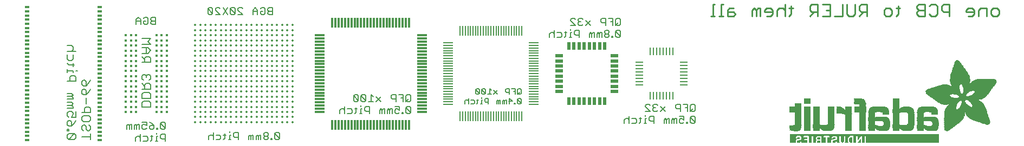
<source format=gbr>
G04 EAGLE Gerber RS-274X export*
G75*
%MOMM*%
%FSLAX34Y34*%
%LPD*%
%INBottom Copper*%
%IPPOS*%
%AMOC8*
5,1,8,0,0,1.08239X$1,22.5*%
G01*
%ADD10C,0.254000*%
%ADD11C,0.203200*%
%ADD12C,0.152400*%
%ADD13C,0.177800*%
%ADD14R,1.500000X0.300000*%
%ADD15R,0.300000X1.500000*%
%ADD16C,0.350000*%
%ADD17R,1.500000X0.200000*%
%ADD18R,0.200000X1.500000*%
%ADD19R,1.270000X0.558800*%
%ADD20R,0.558800X1.270000*%
%ADD21R,1.143000X0.254000*%
%ADD22R,0.254000X1.143000*%
%ADD23R,0.800000X0.350000*%
%ADD24C,0.450000*%
%ADD25R,0.228600X0.025400*%
%ADD26R,0.635000X0.025400*%
%ADD27R,0.381000X0.025400*%
%ADD28R,1.117600X0.025400*%
%ADD29R,1.066800X0.025400*%
%ADD30R,0.965200X0.025400*%
%ADD31R,1.143000X0.025400*%
%ADD32R,1.092200X0.025400*%
%ADD33R,1.041400X0.025400*%
%ADD34R,1.016000X0.025400*%
%ADD35R,0.457200X0.025400*%
%ADD36R,1.295400X0.025400*%
%ADD37R,1.168400X0.025400*%
%ADD38R,1.219200X0.025400*%
%ADD39R,1.193800X0.025400*%
%ADD40R,0.533400X0.025400*%
%ADD41R,1.447800X0.025400*%
%ADD42R,1.422400X0.025400*%
%ADD43R,1.320800X0.025400*%
%ADD44R,0.584200X0.025400*%
%ADD45R,1.524000X0.025400*%
%ADD46R,1.473200X0.025400*%
%ADD47R,0.660400X0.025400*%
%ADD48R,1.625600X0.025400*%
%ADD49R,1.498600X0.025400*%
%ADD50R,1.600200X0.025400*%
%ADD51R,1.574800X0.025400*%
%ADD52R,0.711200X0.025400*%
%ADD53R,1.701800X0.025400*%
%ADD54R,0.787400X0.025400*%
%ADD55R,1.778000X0.025400*%
%ADD56R,1.676400X0.025400*%
%ADD57R,1.651000X0.025400*%
%ADD58R,0.812800X0.025400*%
%ADD59R,1.854200X0.025400*%
%ADD60R,1.727200X0.025400*%
%ADD61R,1.828800X0.025400*%
%ADD62R,0.863600X0.025400*%
%ADD63R,1.905000X0.025400*%
%ADD64R,1.803400X0.025400*%
%ADD65R,0.914400X0.025400*%
%ADD66R,1.981200X0.025400*%
%ADD67R,1.955800X0.025400*%
%ADD68R,0.939800X0.025400*%
%ADD69R,2.006600X0.025400*%
%ADD70R,0.990600X0.025400*%
%ADD71R,2.057400X0.025400*%
%ADD72R,2.082800X0.025400*%
%ADD73R,1.752600X0.025400*%
%ADD74R,2.159000X0.025400*%
%ADD75R,2.133600X0.025400*%
%ADD76R,2.184400X0.025400*%
%ADD77R,2.108200X0.025400*%
%ADD78R,2.235200X0.025400*%
%ADD79R,3.327400X0.025400*%
%ADD80R,2.209800X0.025400*%
%ADD81R,3.352800X0.025400*%
%ADD82R,1.244600X0.025400*%
%ADD83R,1.346200X0.025400*%
%ADD84R,3.378200X0.025400*%
%ADD85R,1.397000X0.025400*%
%ADD86R,3.403600X0.025400*%
%ADD87R,1.549400X0.025400*%
%ADD88R,3.429000X0.025400*%
%ADD89R,1.371600X0.025400*%
%ADD90R,1.270000X0.025400*%
%ADD91R,1.879600X0.025400*%
%ADD92R,0.177800X0.025400*%
%ADD93R,1.930400X0.025400*%
%ADD94R,0.355600X0.025400*%
%ADD95R,0.508000X0.025400*%
%ADD96R,0.609600X0.025400*%
%ADD97R,2.260600X0.025400*%
%ADD98R,2.286000X0.025400*%
%ADD99R,2.336800X0.025400*%
%ADD100R,2.362200X0.025400*%
%ADD101R,2.387600X0.025400*%
%ADD102R,2.413000X0.025400*%
%ADD103R,2.463800X0.025400*%
%ADD104R,2.489200X0.025400*%
%ADD105R,2.514600X0.025400*%
%ADD106R,2.540000X0.025400*%
%ADD107R,2.565400X0.025400*%
%ADD108R,2.590800X0.025400*%
%ADD109R,2.616200X0.025400*%
%ADD110R,2.641600X0.025400*%
%ADD111R,2.667000X0.025400*%
%ADD112R,2.692400X0.025400*%
%ADD113R,2.438400X0.025400*%
%ADD114R,2.717800X0.025400*%
%ADD115R,2.743200X0.025400*%
%ADD116R,2.768600X0.025400*%
%ADD117R,2.794000X0.025400*%
%ADD118R,2.819400X0.025400*%
%ADD119R,3.302000X0.025400*%
%ADD120R,2.844800X0.025400*%
%ADD121R,2.870200X0.025400*%
%ADD122R,3.276600X0.025400*%
%ADD123R,2.895600X0.025400*%
%ADD124R,3.251200X0.025400*%
%ADD125R,2.921000X0.025400*%
%ADD126R,2.946400X0.025400*%
%ADD127R,3.225800X0.025400*%
%ADD128R,2.971800X0.025400*%
%ADD129R,3.200400X0.025400*%
%ADD130R,3.175000X0.025400*%
%ADD131R,3.022600X0.025400*%
%ADD132R,3.149600X0.025400*%
%ADD133R,3.048000X0.025400*%
%ADD134R,2.997200X0.025400*%
%ADD135R,3.124200X0.025400*%
%ADD136R,3.073400X0.025400*%
%ADD137R,3.098800X0.025400*%
%ADD138R,0.762000X0.025400*%
%ADD139R,6.553200X0.025400*%
%ADD140R,6.527800X0.025400*%
%ADD141R,6.502400X0.025400*%
%ADD142R,6.477000X0.025400*%
%ADD143R,6.451600X0.025400*%
%ADD144R,6.426200X0.025400*%
%ADD145R,6.400800X0.025400*%
%ADD146R,6.375400X0.025400*%
%ADD147R,4.470400X0.025400*%
%ADD148R,4.419600X0.025400*%
%ADD149R,4.368800X0.025400*%
%ADD150R,4.318000X0.025400*%
%ADD151R,4.292600X0.025400*%
%ADD152R,4.241800X0.025400*%
%ADD153R,4.216400X0.025400*%
%ADD154R,4.191000X0.025400*%
%ADD155R,4.140200X0.025400*%
%ADD156R,4.114800X0.025400*%
%ADD157R,0.889000X0.025400*%
%ADD158R,4.089400X0.025400*%
%ADD159R,0.838200X0.025400*%
%ADD160R,4.064000X0.025400*%
%ADD161R,4.038600X0.025400*%
%ADD162R,3.987800X0.025400*%
%ADD163R,0.685800X0.025400*%
%ADD164R,2.032000X0.025400*%
%ADD165R,0.482600X0.025400*%
%ADD166R,0.736600X0.025400*%
%ADD167R,0.558800X0.025400*%
%ADD168R,3.479800X0.025400*%
%ADD169R,3.556000X0.025400*%
%ADD170R,3.632200X0.025400*%
%ADD171R,3.683000X0.025400*%
%ADD172R,3.759200X0.025400*%
%ADD173R,3.860800X0.025400*%
%ADD174R,4.622800X0.025400*%
%ADD175R,4.648200X0.025400*%
%ADD176R,4.724400X0.025400*%
%ADD177R,4.775200X0.025400*%
%ADD178R,4.826000X0.025400*%
%ADD179R,6.985000X0.025400*%
%ADD180R,7.188200X0.025400*%
%ADD181R,7.315200X0.025400*%
%ADD182R,7.442200X0.025400*%
%ADD183R,7.569200X0.025400*%
%ADD184R,7.645400X0.025400*%
%ADD185R,7.721600X0.025400*%
%ADD186R,7.823200X0.025400*%
%ADD187R,7.924800X0.025400*%
%ADD188R,8.001000X0.025400*%
%ADD189R,3.505200X0.025400*%
%ADD190R,3.733800X0.025400*%
%ADD191R,3.911600X0.025400*%
%ADD192R,6.273800X0.025400*%
%ADD193R,5.511800X0.025400*%
%ADD194R,2.311400X0.025400*%
%ADD195R,5.486400X0.025400*%
%ADD196R,5.461000X0.025400*%
%ADD197R,5.435600X0.025400*%
%ADD198R,5.410200X0.025400*%
%ADD199R,5.384800X0.025400*%
%ADD200R,5.359400X0.025400*%
%ADD201R,5.308600X0.025400*%
%ADD202R,5.257800X0.025400*%
%ADD203R,4.267200X0.025400*%
%ADD204R,5.232400X0.025400*%
%ADD205R,5.207000X0.025400*%
%ADD206R,5.156200X0.025400*%
%ADD207R,4.343400X0.025400*%
%ADD208R,5.105400X0.025400*%
%ADD209R,5.054600X0.025400*%
%ADD210R,5.003800X0.025400*%
%ADD211R,4.394200X0.025400*%
%ADD212R,4.953000X0.025400*%
%ADD213R,4.876800X0.025400*%
%ADD214R,4.673600X0.025400*%
%ADD215R,4.495800X0.025400*%
%ADD216R,4.597400X0.025400*%
%ADD217R,4.521200X0.025400*%
%ADD218R,4.546600X0.025400*%
%ADD219R,4.699000X0.025400*%
%ADD220R,4.800600X0.025400*%
%ADD221R,4.851400X0.025400*%
%ADD222R,4.927600X0.025400*%
%ADD223R,4.978400X0.025400*%
%ADD224R,5.080000X0.025400*%
%ADD225R,4.013200X0.025400*%
%ADD226R,3.962400X0.025400*%
%ADD227R,3.937000X0.025400*%
%ADD228R,3.886200X0.025400*%
%ADD229R,3.835400X0.025400*%
%ADD230R,3.810000X0.025400*%
%ADD231R,3.784600X0.025400*%
%ADD232R,3.708400X0.025400*%
%ADD233R,3.606800X0.025400*%
%ADD234R,3.454400X0.025400*%
%ADD235R,0.254000X0.025400*%

G36*
X1220558Y19115D02*
X1220558Y19115D01*
X1220557Y19116D01*
X1220558Y19117D01*
X1220558Y22832D01*
X1221623Y23896D01*
X1221623Y23897D01*
X1221624Y23897D01*
X1221858Y24189D01*
X1221918Y24196D01*
X1221922Y24200D01*
X1221926Y24199D01*
X1221968Y24242D01*
X1222343Y24242D01*
X1222344Y24243D01*
X1222344Y24242D01*
X1226518Y24696D01*
X1226522Y24700D01*
X1226526Y24699D01*
X1227154Y25328D01*
X1227155Y25332D01*
X1227157Y25335D01*
X1227157Y25336D01*
X1227158Y25337D01*
X1227158Y26863D01*
X1227154Y26868D01*
X1227154Y26872D01*
X1226772Y27254D01*
X1226766Y27255D01*
X1226763Y27258D01*
X1223637Y27258D01*
X1223632Y27254D01*
X1223628Y27254D01*
X1222132Y25758D01*
X1221268Y25758D01*
X1220658Y26368D01*
X1220658Y27232D01*
X1222768Y29342D01*
X1227632Y29342D01*
X1229242Y27732D01*
X1229242Y24468D01*
X1227777Y23004D01*
X1227777Y23003D01*
X1227776Y23003D01*
X1227542Y22711D01*
X1227482Y22704D01*
X1227478Y22700D01*
X1227474Y22701D01*
X1227432Y22658D01*
X1227057Y22658D01*
X1227056Y22657D01*
X1227056Y22658D01*
X1222882Y22204D01*
X1222878Y22200D01*
X1222874Y22201D01*
X1222646Y21972D01*
X1222645Y21966D01*
X1222642Y21963D01*
X1222642Y19117D01*
X1222653Y19105D01*
X1222653Y19106D01*
X1222654Y19105D01*
X1227246Y19105D01*
X1227258Y19115D01*
X1227257Y19116D01*
X1227258Y19117D01*
X1227258Y20352D01*
X1227868Y20962D01*
X1228732Y20962D01*
X1229342Y20352D01*
X1229342Y19117D01*
X1229353Y19105D01*
X1229353Y19106D01*
X1229354Y19105D01*
X1238806Y19105D01*
X1238818Y19115D01*
X1238817Y19116D01*
X1238818Y19117D01*
X1238818Y22566D01*
X1238807Y22578D01*
X1238807Y22577D01*
X1238806Y22578D01*
X1234228Y22578D01*
X1233618Y23188D01*
X1233618Y24052D01*
X1234228Y24662D01*
X1238806Y24662D01*
X1238818Y24673D01*
X1238817Y24673D01*
X1238818Y24674D01*
X1238818Y27266D01*
X1238807Y27278D01*
X1238807Y27277D01*
X1238806Y27278D01*
X1233228Y27278D01*
X1232618Y27888D01*
X1232618Y28752D01*
X1233228Y29362D01*
X1240292Y29362D01*
X1240902Y28752D01*
X1240902Y19117D01*
X1240913Y19105D01*
X1240913Y19106D01*
X1240914Y19105D01*
X1245506Y19105D01*
X1245518Y19115D01*
X1245517Y19116D01*
X1245518Y19117D01*
X1245518Y28752D01*
X1246128Y29362D01*
X1246992Y29362D01*
X1247602Y28752D01*
X1247602Y19117D01*
X1247613Y19105D01*
X1247613Y19106D01*
X1247614Y19105D01*
X1252106Y19105D01*
X1252118Y19115D01*
X1252117Y19116D01*
X1252118Y19117D01*
X1252118Y21752D01*
X1253478Y23112D01*
X1253479Y23127D01*
X1253478Y23127D01*
X1253478Y23128D01*
X1252018Y24588D01*
X1252018Y27352D01*
X1253928Y29262D01*
X1260092Y29262D01*
X1260702Y28652D01*
X1260702Y19117D01*
X1260713Y19105D01*
X1260713Y19106D01*
X1260714Y19105D01*
X1267506Y19105D01*
X1267518Y19115D01*
X1267517Y19116D01*
X1267518Y19117D01*
X1267518Y27266D01*
X1267507Y27278D01*
X1267507Y27277D01*
X1267506Y27278D01*
X1264628Y27278D01*
X1264018Y27888D01*
X1264018Y28752D01*
X1264628Y29362D01*
X1272892Y29362D01*
X1273502Y28752D01*
X1273502Y27888D01*
X1272892Y27278D01*
X1269614Y27278D01*
X1269602Y27267D01*
X1269603Y27267D01*
X1269602Y27266D01*
X1269602Y19117D01*
X1269613Y19105D01*
X1269613Y19106D01*
X1269614Y19105D01*
X1276206Y19105D01*
X1276218Y19115D01*
X1276217Y19116D01*
X1276218Y19117D01*
X1276218Y22752D01*
X1277283Y23816D01*
X1277283Y23817D01*
X1277284Y23817D01*
X1277518Y24109D01*
X1277578Y24116D01*
X1277582Y24120D01*
X1277586Y24119D01*
X1277628Y24162D01*
X1278003Y24162D01*
X1278004Y24163D01*
X1278004Y24162D01*
X1282178Y24616D01*
X1282182Y24620D01*
X1282186Y24619D01*
X1282814Y25248D01*
X1282815Y25254D01*
X1282818Y25257D01*
X1282818Y26783D01*
X1282814Y26788D01*
X1282814Y26792D01*
X1282432Y27174D01*
X1282426Y27175D01*
X1282423Y27178D01*
X1279297Y27178D01*
X1279292Y27174D01*
X1279288Y27174D01*
X1277792Y25678D01*
X1276928Y25678D01*
X1276318Y26288D01*
X1276318Y27152D01*
X1278428Y29262D01*
X1283292Y29262D01*
X1284902Y27652D01*
X1284902Y24388D01*
X1283437Y22924D01*
X1283437Y22923D01*
X1283436Y22923D01*
X1283202Y22631D01*
X1283142Y22624D01*
X1283138Y22620D01*
X1283134Y22621D01*
X1283092Y22578D01*
X1282717Y22578D01*
X1282716Y22577D01*
X1282716Y22578D01*
X1278542Y22124D01*
X1278538Y22120D01*
X1278534Y22121D01*
X1278306Y21892D01*
X1278305Y21888D01*
X1278305Y21886D01*
X1278302Y21883D01*
X1278302Y19117D01*
X1278313Y19105D01*
X1278313Y19106D01*
X1278314Y19105D01*
X1282906Y19105D01*
X1282918Y19115D01*
X1282917Y19116D01*
X1282918Y19117D01*
X1282918Y20352D01*
X1283528Y20962D01*
X1284392Y20962D01*
X1285002Y20352D01*
X1285002Y19117D01*
X1285013Y19105D01*
X1285013Y19106D01*
X1285014Y19105D01*
X1290273Y19105D01*
X1290276Y19108D01*
X1290280Y19107D01*
X1290280Y19112D01*
X1290284Y19115D01*
X1290281Y19120D01*
X1290281Y19125D01*
X1288918Y20488D01*
X1288918Y28752D01*
X1289528Y29362D01*
X1290392Y29362D01*
X1291002Y28752D01*
X1291002Y21357D01*
X1291006Y21352D01*
X1291006Y21348D01*
X1293245Y19108D01*
X1293251Y19108D01*
X1293254Y19105D01*
X1293766Y19105D01*
X1293770Y19109D01*
X1293775Y19108D01*
X1296014Y21348D01*
X1296015Y21354D01*
X1296018Y21357D01*
X1296018Y28752D01*
X1296628Y29362D01*
X1297492Y29362D01*
X1298102Y28752D01*
X1298102Y20488D01*
X1296739Y19125D01*
X1296739Y19121D01*
X1296736Y19118D01*
X1296738Y19115D01*
X1296738Y19109D01*
X1296744Y19109D01*
X1296747Y19105D01*
X1302873Y19105D01*
X1302876Y19108D01*
X1302880Y19107D01*
X1302880Y19112D01*
X1302884Y19115D01*
X1302881Y19120D01*
X1302881Y19125D01*
X1301918Y20088D01*
X1301918Y25511D01*
X1301910Y25933D01*
X1301915Y25937D01*
X1301915Y25941D01*
X1301917Y25944D01*
X1301918Y25945D01*
X1301918Y25952D01*
X1302216Y26250D01*
X1304615Y28737D01*
X1304615Y28743D01*
X1304618Y28745D01*
X1304618Y28752D01*
X1304917Y29050D01*
X1305209Y29354D01*
X1305216Y29354D01*
X1305220Y29358D01*
X1305224Y29358D01*
X1305228Y29362D01*
X1305651Y29362D01*
X1306073Y29370D01*
X1306077Y29365D01*
X1306083Y29365D01*
X1306085Y29362D01*
X1310392Y29362D01*
X1311002Y28752D01*
X1311002Y19117D01*
X1311013Y19105D01*
X1311013Y19106D01*
X1311014Y19105D01*
X1314906Y19105D01*
X1314918Y19115D01*
X1314917Y19116D01*
X1314918Y19117D01*
X1314918Y19269D01*
X1314917Y19270D01*
X1314918Y19270D01*
X1314881Y19650D01*
X1314915Y19691D01*
X1314915Y19696D01*
X1314918Y19698D01*
X1314918Y28852D01*
X1315528Y29462D01*
X1316392Y29462D01*
X1317002Y28852D01*
X1317002Y22256D01*
X1317005Y22253D01*
X1317005Y22248D01*
X1317009Y22248D01*
X1317013Y22244D01*
X1317013Y22245D01*
X1317014Y22244D01*
X1317019Y22249D01*
X1317023Y22249D01*
X1322415Y28791D01*
X1322415Y28794D01*
X1322418Y28797D01*
X1322417Y28797D01*
X1322418Y28798D01*
X1322418Y28852D01*
X1322687Y29121D01*
X1322687Y29122D01*
X1322688Y29122D01*
X1322930Y29416D01*
X1322983Y29421D01*
X1322987Y29425D01*
X1322991Y29424D01*
X1323028Y29462D01*
X1323409Y29462D01*
X1323410Y29463D01*
X1323410Y29462D01*
X1323790Y29499D01*
X1323831Y29465D01*
X1323836Y29465D01*
X1323838Y29462D01*
X1323892Y29462D01*
X1324161Y29193D01*
X1324162Y29193D01*
X1324162Y29192D01*
X1324456Y28950D01*
X1324461Y28897D01*
X1324465Y28893D01*
X1324464Y28889D01*
X1324502Y28852D01*
X1324502Y28471D01*
X1324503Y28470D01*
X1324502Y28470D01*
X1324539Y28090D01*
X1324505Y28049D01*
X1324505Y28044D01*
X1324502Y28042D01*
X1324502Y19117D01*
X1324513Y19105D01*
X1324513Y19106D01*
X1324514Y19105D01*
X1328306Y19105D01*
X1328318Y19115D01*
X1328317Y19116D01*
X1328318Y19117D01*
X1328318Y28852D01*
X1328928Y29462D01*
X1329792Y29462D01*
X1330402Y28852D01*
X1330402Y19117D01*
X1330413Y19105D01*
X1330413Y19106D01*
X1330414Y19105D01*
X1444168Y19105D01*
X1444180Y19115D01*
X1444179Y19116D01*
X1444180Y19117D01*
X1444180Y31928D01*
X1444169Y31940D01*
X1444169Y31939D01*
X1444168Y31940D01*
X1211148Y31940D01*
X1211136Y31929D01*
X1211137Y31929D01*
X1211136Y31928D01*
X1211136Y19117D01*
X1211147Y19105D01*
X1211148Y19106D01*
X1211148Y19105D01*
X1220546Y19105D01*
X1220558Y19115D01*
G37*
G36*
X1308918Y19115D02*
X1308918Y19115D01*
X1308917Y19116D01*
X1308918Y19117D01*
X1308918Y27266D01*
X1308907Y27278D01*
X1308907Y27277D01*
X1308906Y27278D01*
X1306108Y27278D01*
X1306104Y27274D01*
X1306099Y27274D01*
X1304005Y25103D01*
X1304005Y25099D01*
X1304005Y25097D01*
X1304002Y25095D01*
X1304002Y20957D01*
X1304006Y20952D01*
X1304006Y20948D01*
X1305845Y19108D01*
X1305851Y19108D01*
X1305854Y19105D01*
X1308906Y19105D01*
X1308918Y19115D01*
G37*
G36*
X1322418Y19115D02*
X1322418Y19115D01*
X1322417Y19116D01*
X1322418Y19117D01*
X1322418Y25484D01*
X1322415Y25487D01*
X1322415Y25492D01*
X1322411Y25492D01*
X1322407Y25496D01*
X1322403Y25492D01*
X1322397Y25491D01*
X1317149Y19124D01*
X1317149Y19121D01*
X1317147Y19118D01*
X1317150Y19115D01*
X1317150Y19109D01*
X1317155Y19109D01*
X1317158Y19105D01*
X1322406Y19105D01*
X1322418Y19115D01*
G37*
G36*
X1258618Y24173D02*
X1258618Y24173D01*
X1258617Y24173D01*
X1258618Y24174D01*
X1258618Y27166D01*
X1258607Y27178D01*
X1258607Y27177D01*
X1258606Y27178D01*
X1254797Y27178D01*
X1254792Y27174D01*
X1254788Y27174D01*
X1254106Y26492D01*
X1254105Y26486D01*
X1254102Y26484D01*
X1254102Y26483D01*
X1254102Y25457D01*
X1254106Y25452D01*
X1254106Y25448D01*
X1255388Y24166D01*
X1255394Y24165D01*
X1255397Y24162D01*
X1258606Y24162D01*
X1258618Y24173D01*
G37*
G36*
X1258618Y19115D02*
X1258618Y19115D01*
X1258617Y19116D01*
X1258618Y19117D01*
X1258618Y22066D01*
X1258607Y22078D01*
X1258607Y22077D01*
X1258606Y22078D01*
X1255397Y22078D01*
X1255392Y22074D01*
X1255388Y22074D01*
X1254206Y20892D01*
X1254205Y20888D01*
X1254202Y20885D01*
X1254203Y20884D01*
X1254202Y20883D01*
X1254202Y19117D01*
X1254213Y19105D01*
X1254213Y19106D01*
X1254214Y19105D01*
X1258606Y19105D01*
X1258618Y19115D01*
G37*
D10*
X1534898Y217170D02*
X1528755Y217170D01*
X1525683Y220242D01*
X1525683Y226385D01*
X1528755Y229457D01*
X1534898Y229457D01*
X1537970Y226385D01*
X1537970Y220242D01*
X1534898Y217170D01*
X1518675Y217170D02*
X1518675Y229457D01*
X1509460Y229457D01*
X1506388Y226385D01*
X1506388Y217170D01*
X1496308Y217170D02*
X1490165Y217170D01*
X1496308Y217170D02*
X1499380Y220242D01*
X1499380Y226385D01*
X1496308Y229457D01*
X1490165Y229457D01*
X1487093Y226385D01*
X1487093Y223314D01*
X1499380Y223314D01*
X1460790Y217170D02*
X1460790Y235601D01*
X1451574Y235601D01*
X1448503Y232529D01*
X1448503Y226385D01*
X1451574Y223314D01*
X1460790Y223314D01*
X1432279Y235601D02*
X1429208Y232529D01*
X1432279Y235601D02*
X1438423Y235601D01*
X1441495Y232529D01*
X1441495Y220242D01*
X1438423Y217170D01*
X1432279Y217170D01*
X1429208Y220242D01*
X1422200Y217170D02*
X1422200Y235601D01*
X1412984Y235601D01*
X1409912Y232529D01*
X1409912Y229457D01*
X1412984Y226385D01*
X1409912Y223314D01*
X1409912Y220242D01*
X1412984Y217170D01*
X1422200Y217170D01*
X1422200Y226385D02*
X1412984Y226385D01*
X1380538Y232529D02*
X1380538Y220242D01*
X1377466Y217170D01*
X1377466Y229457D02*
X1383610Y229457D01*
X1367674Y217170D02*
X1361531Y217170D01*
X1358459Y220242D01*
X1358459Y226385D01*
X1361531Y229457D01*
X1367674Y229457D01*
X1370746Y226385D01*
X1370746Y220242D01*
X1367674Y217170D01*
X1332156Y217170D02*
X1332156Y235601D01*
X1322941Y235601D01*
X1319869Y232529D01*
X1319869Y226385D01*
X1322941Y223314D01*
X1332156Y223314D01*
X1326012Y223314D02*
X1319869Y217170D01*
X1312861Y220242D02*
X1312861Y235601D01*
X1312861Y220242D02*
X1309789Y217170D01*
X1303646Y217170D01*
X1300574Y220242D01*
X1300574Y235601D01*
X1293566Y235601D02*
X1293566Y217170D01*
X1281279Y217170D01*
X1274271Y235601D02*
X1261984Y235601D01*
X1274271Y235601D02*
X1274271Y217170D01*
X1261984Y217170D01*
X1268127Y226385D02*
X1274271Y226385D01*
X1254976Y217170D02*
X1254976Y235601D01*
X1245760Y235601D01*
X1242689Y232529D01*
X1242689Y226385D01*
X1245760Y223314D01*
X1254976Y223314D01*
X1248832Y223314D02*
X1242689Y217170D01*
X1213314Y220242D02*
X1213314Y232529D01*
X1213314Y220242D02*
X1210242Y217170D01*
X1210242Y229457D02*
X1216386Y229457D01*
X1203522Y235601D02*
X1203522Y217170D01*
X1203522Y226385D02*
X1200450Y229457D01*
X1194307Y229457D01*
X1191235Y226385D01*
X1191235Y217170D01*
X1181155Y217170D02*
X1175012Y217170D01*
X1181155Y217170D02*
X1184227Y220242D01*
X1184227Y226385D01*
X1181155Y229457D01*
X1175012Y229457D01*
X1171940Y226385D01*
X1171940Y223314D01*
X1184227Y223314D01*
X1164932Y217170D02*
X1164932Y229457D01*
X1161860Y229457D01*
X1158789Y226385D01*
X1158789Y217170D01*
X1158789Y226385D02*
X1155717Y229457D01*
X1152645Y226385D01*
X1152645Y217170D01*
X1123270Y229457D02*
X1117127Y229457D01*
X1114055Y226385D01*
X1114055Y217170D01*
X1123270Y217170D01*
X1126342Y220242D01*
X1123270Y223314D01*
X1114055Y223314D01*
X1107047Y235601D02*
X1103975Y235601D01*
X1103975Y217170D01*
X1107047Y217170D02*
X1100903Y217170D01*
X1094184Y235601D02*
X1091112Y235601D01*
X1091112Y217170D01*
X1094184Y217170D02*
X1088040Y217170D01*
D11*
X402844Y219456D02*
X402844Y230133D01*
X397505Y230133D01*
X395726Y228354D01*
X395726Y226574D01*
X397505Y224795D01*
X395726Y223015D01*
X395726Y221236D01*
X397505Y219456D01*
X402844Y219456D01*
X402844Y224795D02*
X397505Y224795D01*
X385811Y230133D02*
X384032Y228354D01*
X385811Y230133D02*
X389371Y230133D01*
X391150Y228354D01*
X391150Y221236D01*
X389371Y219456D01*
X385811Y219456D01*
X384032Y221236D01*
X384032Y224795D01*
X387591Y224795D01*
X379456Y226574D02*
X379456Y219456D01*
X379456Y226574D02*
X375897Y230133D01*
X372338Y226574D01*
X372338Y219456D01*
X372338Y224795D02*
X379456Y224795D01*
X356068Y219456D02*
X348950Y219456D01*
X356068Y219456D02*
X348950Y226574D01*
X348950Y228354D01*
X350730Y230133D01*
X354289Y230133D01*
X356068Y228354D01*
X344374Y228354D02*
X344374Y221236D01*
X344374Y228354D02*
X342595Y230133D01*
X339036Y230133D01*
X337256Y228354D01*
X337256Y221236D01*
X339036Y219456D01*
X342595Y219456D01*
X344374Y221236D01*
X337256Y228354D01*
X332680Y230133D02*
X325562Y219456D01*
X332680Y219456D02*
X325562Y230133D01*
X320986Y219456D02*
X313868Y219456D01*
X320986Y219456D02*
X313868Y226574D01*
X313868Y228354D01*
X315648Y230133D01*
X319207Y230133D01*
X320986Y228354D01*
X309292Y228354D02*
X309292Y221236D01*
X309292Y228354D02*
X307513Y230133D01*
X303954Y230133D01*
X302174Y228354D01*
X302174Y221236D01*
X303954Y219456D01*
X307513Y219456D01*
X309292Y221236D01*
X302174Y228354D01*
X413695Y32774D02*
X413695Y25656D01*
X413695Y32774D02*
X411915Y34553D01*
X408356Y34553D01*
X406577Y32774D01*
X406577Y25656D01*
X408356Y23876D01*
X411915Y23876D01*
X413695Y25656D01*
X406577Y32774D01*
X402001Y25656D02*
X402001Y23876D01*
X402001Y25656D02*
X400221Y25656D01*
X400221Y23876D01*
X402001Y23876D01*
X396154Y32774D02*
X394375Y34553D01*
X390815Y34553D01*
X389036Y32774D01*
X389036Y30994D01*
X390815Y29215D01*
X389036Y27435D01*
X389036Y25656D01*
X390815Y23876D01*
X394375Y23876D01*
X396154Y25656D01*
X396154Y27435D01*
X394375Y29215D01*
X396154Y30994D01*
X396154Y32774D01*
X394375Y29215D02*
X390815Y29215D01*
X384460Y30994D02*
X384460Y23876D01*
X384460Y30994D02*
X382681Y30994D01*
X380901Y29215D01*
X380901Y23876D01*
X380901Y29215D02*
X379121Y30994D01*
X377342Y29215D01*
X377342Y23876D01*
X372766Y23876D02*
X372766Y30994D01*
X370987Y30994D01*
X369207Y29215D01*
X369207Y23876D01*
X369207Y29215D02*
X367428Y30994D01*
X365648Y29215D01*
X365648Y23876D01*
X349378Y23876D02*
X349378Y34553D01*
X344040Y34553D01*
X342260Y32774D01*
X342260Y29215D01*
X344040Y27435D01*
X349378Y27435D01*
X337684Y30994D02*
X335905Y30994D01*
X335905Y23876D01*
X337684Y23876D02*
X334125Y23876D01*
X335905Y34553D02*
X335905Y36333D01*
X328109Y32774D02*
X328109Y25656D01*
X326329Y23876D01*
X326329Y30994D02*
X329888Y30994D01*
X320313Y30994D02*
X314974Y30994D01*
X320313Y30994D02*
X322092Y29215D01*
X322092Y25656D01*
X320313Y23876D01*
X314974Y23876D01*
X310398Y23876D02*
X310398Y34553D01*
X308619Y30994D02*
X310398Y29215D01*
X308619Y30994D02*
X305060Y30994D01*
X303280Y29215D01*
X303280Y23876D01*
D12*
X618998Y85176D02*
X618998Y92633D01*
X617134Y94498D01*
X613405Y94498D01*
X611541Y92633D01*
X611541Y85176D01*
X613405Y83312D01*
X617134Y83312D01*
X618998Y85176D01*
X615270Y87041D02*
X611541Y83312D01*
X607304Y83312D02*
X607304Y94498D01*
X599847Y94498D01*
X603576Y88905D02*
X607304Y88905D01*
X595610Y83312D02*
X595610Y94498D01*
X590017Y94498D01*
X588153Y92633D01*
X588153Y88905D01*
X590017Y87041D01*
X595610Y87041D01*
X572222Y90769D02*
X564765Y83312D01*
X572222Y83312D02*
X564765Y90769D01*
X560528Y90769D02*
X556800Y94498D01*
X556800Y83312D01*
X560528Y83312D02*
X553071Y83312D01*
X548834Y85176D02*
X548834Y92633D01*
X546970Y94498D01*
X543241Y94498D01*
X541377Y92633D01*
X541377Y85176D01*
X543241Y83312D01*
X546970Y83312D01*
X548834Y85176D01*
X541377Y92633D01*
X537140Y92633D02*
X537140Y85176D01*
X537140Y92633D02*
X535276Y94498D01*
X531547Y94498D01*
X529683Y92633D01*
X529683Y85176D01*
X531547Y83312D01*
X535276Y83312D01*
X537140Y85176D01*
X529683Y92633D01*
X618998Y73583D02*
X618998Y66126D01*
X618998Y73583D02*
X617134Y75448D01*
X613405Y75448D01*
X611541Y73583D01*
X611541Y66126D01*
X613405Y64262D01*
X617134Y64262D01*
X618998Y66126D01*
X611541Y73583D01*
X607304Y66126D02*
X607304Y64262D01*
X607304Y66126D02*
X605440Y66126D01*
X605440Y64262D01*
X607304Y64262D01*
X601457Y75448D02*
X594000Y75448D01*
X601457Y75448D02*
X601457Y69855D01*
X597729Y71719D01*
X595864Y71719D01*
X594000Y69855D01*
X594000Y66126D01*
X595864Y64262D01*
X599593Y64262D01*
X601457Y66126D01*
X589763Y64262D02*
X589763Y71719D01*
X587899Y71719D01*
X586035Y69855D01*
X586035Y64262D01*
X586035Y69855D02*
X584170Y71719D01*
X582306Y69855D01*
X582306Y64262D01*
X578069Y64262D02*
X578069Y71719D01*
X576205Y71719D01*
X574341Y69855D01*
X574341Y64262D01*
X574341Y69855D02*
X572476Y71719D01*
X570612Y69855D01*
X570612Y64262D01*
X554681Y64262D02*
X554681Y75448D01*
X549088Y75448D01*
X547224Y73583D01*
X547224Y69855D01*
X549088Y67991D01*
X554681Y67991D01*
X542987Y71719D02*
X541123Y71719D01*
X541123Y64262D01*
X542987Y64262D02*
X539259Y64262D01*
X541123Y75448D02*
X541123Y77312D01*
X533327Y73583D02*
X533327Y66126D01*
X531463Y64262D01*
X531463Y71719D02*
X535191Y71719D01*
X525531Y71719D02*
X519938Y71719D01*
X525531Y71719D02*
X527395Y69855D01*
X527395Y66126D01*
X525531Y64262D01*
X519938Y64262D01*
X515701Y64262D02*
X515701Y75448D01*
X513837Y71719D02*
X515701Y69855D01*
X513837Y71719D02*
X510109Y71719D01*
X508244Y69855D01*
X508244Y64262D01*
X791718Y96183D02*
X791718Y101945D01*
X790277Y103385D01*
X787396Y103385D01*
X785956Y101945D01*
X785956Y96183D01*
X787396Y94742D01*
X790277Y94742D01*
X791718Y96183D01*
X788837Y97623D02*
X785956Y94742D01*
X782363Y94742D02*
X782363Y103385D01*
X776601Y103385D01*
X779482Y99064D02*
X782363Y99064D01*
X773008Y103385D02*
X773008Y94742D01*
X773008Y103385D02*
X768686Y103385D01*
X767245Y101945D01*
X767245Y99064D01*
X768686Y97623D01*
X773008Y97623D01*
X754297Y100504D02*
X748535Y94742D01*
X754297Y94742D02*
X748535Y100504D01*
X744942Y100504D02*
X742061Y103385D01*
X742061Y94742D01*
X744942Y94742D02*
X739180Y94742D01*
X735587Y96183D02*
X735587Y101945D01*
X734146Y103385D01*
X731265Y103385D01*
X729825Y101945D01*
X729825Y96183D01*
X731265Y94742D01*
X734146Y94742D01*
X735587Y96183D01*
X729825Y101945D01*
X726232Y101945D02*
X726232Y96183D01*
X726232Y101945D02*
X724791Y103385D01*
X721910Y103385D01*
X720469Y101945D01*
X720469Y96183D01*
X721910Y94742D01*
X724791Y94742D01*
X726232Y96183D01*
X720469Y101945D01*
X791718Y86705D02*
X791718Y80943D01*
X791718Y86705D02*
X790277Y88145D01*
X787396Y88145D01*
X785956Y86705D01*
X785956Y80943D01*
X787396Y79502D01*
X790277Y79502D01*
X791718Y80943D01*
X785956Y86705D01*
X782363Y80943D02*
X782363Y79502D01*
X782363Y80943D02*
X780922Y80943D01*
X780922Y79502D01*
X782363Y79502D01*
X773364Y79502D02*
X773364Y88145D01*
X777685Y83824D01*
X771923Y83824D01*
X768330Y85264D02*
X768330Y79502D01*
X768330Y85264D02*
X766889Y85264D01*
X765449Y83824D01*
X765449Y79502D01*
X765449Y83824D02*
X764008Y85264D01*
X762568Y83824D01*
X762568Y79502D01*
X758975Y79502D02*
X758975Y85264D01*
X757534Y85264D01*
X756094Y83824D01*
X756094Y79502D01*
X756094Y83824D02*
X754653Y85264D01*
X753213Y83824D01*
X753213Y79502D01*
X740264Y79502D02*
X740264Y88145D01*
X735943Y88145D01*
X734502Y86705D01*
X734502Y83824D01*
X735943Y82383D01*
X740264Y82383D01*
X730909Y85264D02*
X729469Y85264D01*
X729469Y79502D01*
X730909Y79502D02*
X728028Y79502D01*
X729469Y88145D02*
X729469Y89586D01*
X723232Y86705D02*
X723232Y80943D01*
X721791Y79502D01*
X721791Y85264D02*
X724673Y85264D01*
X716995Y85264D02*
X712673Y85264D01*
X716995Y85264D02*
X718436Y83824D01*
X718436Y80943D01*
X716995Y79502D01*
X712673Y79502D01*
X709081Y79502D02*
X709081Y88145D01*
X707640Y85264D02*
X709081Y83824D01*
X707640Y85264D02*
X704759Y85264D01*
X703318Y83824D01*
X703318Y79502D01*
X946658Y204556D02*
X946658Y212013D01*
X944794Y213878D01*
X941065Y213878D01*
X939201Y212013D01*
X939201Y204556D01*
X941065Y202692D01*
X944794Y202692D01*
X946658Y204556D01*
X942930Y206421D02*
X939201Y202692D01*
X934964Y202692D02*
X934964Y213878D01*
X927507Y213878D01*
X931236Y208285D02*
X934964Y208285D01*
X923270Y202692D02*
X923270Y213878D01*
X917677Y213878D01*
X915813Y212013D01*
X915813Y208285D01*
X917677Y206421D01*
X923270Y206421D01*
X899882Y210149D02*
X892425Y202692D01*
X899882Y202692D02*
X892425Y210149D01*
X888188Y212013D02*
X886324Y213878D01*
X882595Y213878D01*
X880731Y212013D01*
X880731Y210149D01*
X882595Y208285D01*
X884460Y208285D01*
X882595Y208285D02*
X880731Y206421D01*
X880731Y204556D01*
X882595Y202692D01*
X886324Y202692D01*
X888188Y204556D01*
X876494Y202692D02*
X869037Y202692D01*
X876494Y202692D02*
X869037Y210149D01*
X869037Y212013D01*
X870901Y213878D01*
X874630Y213878D01*
X876494Y212013D01*
X946658Y192963D02*
X946658Y185506D01*
X946658Y192963D02*
X944794Y194828D01*
X941065Y194828D01*
X939201Y192963D01*
X939201Y185506D01*
X941065Y183642D01*
X944794Y183642D01*
X946658Y185506D01*
X939201Y192963D01*
X934964Y185506D02*
X934964Y183642D01*
X934964Y185506D02*
X933100Y185506D01*
X933100Y183642D01*
X934964Y183642D01*
X929117Y192963D02*
X927253Y194828D01*
X923524Y194828D01*
X921660Y192963D01*
X921660Y191099D01*
X923524Y189235D01*
X921660Y187371D01*
X921660Y185506D01*
X923524Y183642D01*
X927253Y183642D01*
X929117Y185506D01*
X929117Y187371D01*
X927253Y189235D01*
X929117Y191099D01*
X929117Y192963D01*
X927253Y189235D02*
X923524Y189235D01*
X917423Y191099D02*
X917423Y183642D01*
X917423Y191099D02*
X915559Y191099D01*
X913695Y189235D01*
X913695Y183642D01*
X913695Y189235D02*
X911830Y191099D01*
X909966Y189235D01*
X909966Y183642D01*
X905729Y183642D02*
X905729Y191099D01*
X903865Y191099D01*
X902001Y189235D01*
X902001Y183642D01*
X902001Y189235D02*
X900136Y191099D01*
X898272Y189235D01*
X898272Y183642D01*
X882341Y183642D02*
X882341Y194828D01*
X876748Y194828D01*
X874884Y192963D01*
X874884Y189235D01*
X876748Y187371D01*
X882341Y187371D01*
X870647Y191099D02*
X868783Y191099D01*
X868783Y183642D01*
X870647Y183642D02*
X866919Y183642D01*
X868783Y194828D02*
X868783Y196692D01*
X860987Y192963D02*
X860987Y185506D01*
X859123Y183642D01*
X859123Y191099D02*
X862851Y191099D01*
X853191Y191099D02*
X847598Y191099D01*
X853191Y191099D02*
X855055Y189235D01*
X855055Y185506D01*
X853191Y183642D01*
X847598Y183642D01*
X843361Y183642D02*
X843361Y194828D01*
X841497Y191099D02*
X843361Y189235D01*
X841497Y191099D02*
X837769Y191099D01*
X835904Y189235D01*
X835904Y183642D01*
X1063498Y77393D02*
X1063498Y69936D01*
X1063498Y77393D02*
X1061634Y79258D01*
X1057905Y79258D01*
X1056041Y77393D01*
X1056041Y69936D01*
X1057905Y68072D01*
X1061634Y68072D01*
X1063498Y69936D01*
X1059770Y71801D02*
X1056041Y68072D01*
X1051804Y68072D02*
X1051804Y79258D01*
X1044347Y79258D01*
X1048076Y73665D02*
X1051804Y73665D01*
X1040110Y68072D02*
X1040110Y79258D01*
X1034517Y79258D01*
X1032653Y77393D01*
X1032653Y73665D01*
X1034517Y71801D01*
X1040110Y71801D01*
X1016722Y75529D02*
X1009265Y68072D01*
X1016722Y68072D02*
X1009265Y75529D01*
X1005028Y77393D02*
X1003164Y79258D01*
X999435Y79258D01*
X997571Y77393D01*
X997571Y75529D01*
X999435Y73665D01*
X1001300Y73665D01*
X999435Y73665D02*
X997571Y71801D01*
X997571Y69936D01*
X999435Y68072D01*
X1003164Y68072D01*
X1005028Y69936D01*
X993334Y68072D02*
X985877Y68072D01*
X993334Y68072D02*
X985877Y75529D01*
X985877Y77393D01*
X987741Y79258D01*
X991470Y79258D01*
X993334Y77393D01*
X1063498Y58343D02*
X1063498Y50886D01*
X1063498Y58343D02*
X1061634Y60208D01*
X1057905Y60208D01*
X1056041Y58343D01*
X1056041Y50886D01*
X1057905Y49022D01*
X1061634Y49022D01*
X1063498Y50886D01*
X1056041Y58343D01*
X1051804Y50886D02*
X1051804Y49022D01*
X1051804Y50886D02*
X1049940Y50886D01*
X1049940Y49022D01*
X1051804Y49022D01*
X1045957Y60208D02*
X1038500Y60208D01*
X1045957Y60208D02*
X1045957Y54615D01*
X1042229Y56479D01*
X1040364Y56479D01*
X1038500Y54615D01*
X1038500Y50886D01*
X1040364Y49022D01*
X1044093Y49022D01*
X1045957Y50886D01*
X1034263Y49022D02*
X1034263Y56479D01*
X1032399Y56479D01*
X1030535Y54615D01*
X1030535Y49022D01*
X1030535Y54615D02*
X1028670Y56479D01*
X1026806Y54615D01*
X1026806Y49022D01*
X1022569Y49022D02*
X1022569Y56479D01*
X1020705Y56479D01*
X1018841Y54615D01*
X1018841Y49022D01*
X1018841Y54615D02*
X1016976Y56479D01*
X1015112Y54615D01*
X1015112Y49022D01*
X999181Y49022D02*
X999181Y60208D01*
X993588Y60208D01*
X991724Y58343D01*
X991724Y54615D01*
X993588Y52751D01*
X999181Y52751D01*
X987487Y56479D02*
X985623Y56479D01*
X985623Y49022D01*
X987487Y49022D02*
X983759Y49022D01*
X985623Y60208D02*
X985623Y62072D01*
X977827Y58343D02*
X977827Y50886D01*
X975963Y49022D01*
X975963Y56479D02*
X979691Y56479D01*
X970031Y56479D02*
X964438Y56479D01*
X970031Y56479D02*
X971895Y54615D01*
X971895Y50886D01*
X970031Y49022D01*
X964438Y49022D01*
X960201Y49022D02*
X960201Y60208D01*
X958337Y56479D02*
X960201Y54615D01*
X958337Y56479D02*
X954609Y56479D01*
X952744Y54615D01*
X952744Y49022D01*
D13*
X118503Y28240D02*
X105029Y28240D01*
X118503Y23749D02*
X118503Y32731D01*
X118503Y44519D02*
X116257Y46764D01*
X118503Y44519D02*
X118503Y40027D01*
X116257Y37782D01*
X114011Y37782D01*
X111766Y40027D01*
X111766Y44519D01*
X109520Y46764D01*
X107275Y46764D01*
X105029Y44519D01*
X105029Y40027D01*
X107275Y37782D01*
X118503Y54060D02*
X118503Y58551D01*
X118503Y54060D02*
X116257Y51815D01*
X107275Y51815D01*
X105029Y54060D01*
X105029Y58551D01*
X107275Y60797D01*
X116257Y60797D01*
X118503Y58551D01*
X118503Y65847D02*
X105029Y65847D01*
X118503Y65847D02*
X118503Y72584D01*
X116257Y74830D01*
X111766Y74830D01*
X109520Y72584D01*
X109520Y65847D01*
X111766Y79880D02*
X111766Y88862D01*
X116257Y98404D02*
X118503Y102895D01*
X116257Y98404D02*
X111766Y93913D01*
X107275Y93913D01*
X105029Y96158D01*
X105029Y100650D01*
X107275Y102895D01*
X109520Y102895D01*
X111766Y100650D01*
X111766Y93913D01*
X116257Y112437D02*
X118503Y116928D01*
X116257Y112437D02*
X111766Y107946D01*
X107275Y107946D01*
X105029Y110191D01*
X105029Y114682D01*
X107275Y116928D01*
X109520Y116928D01*
X111766Y114682D01*
X111766Y107946D01*
X93397Y23749D02*
X84415Y23749D01*
X93397Y23749D02*
X95643Y25995D01*
X95643Y30486D01*
X93397Y32731D01*
X84415Y32731D01*
X82169Y30486D01*
X82169Y25995D01*
X84415Y23749D01*
X93397Y32731D01*
X84415Y37782D02*
X82169Y37782D01*
X84415Y37782D02*
X84415Y40027D01*
X82169Y40027D01*
X82169Y37782D01*
X93397Y49289D02*
X95643Y53781D01*
X93397Y49289D02*
X88906Y44798D01*
X84415Y44798D01*
X82169Y47044D01*
X82169Y51535D01*
X84415Y53781D01*
X86660Y53781D01*
X88906Y51535D01*
X88906Y44798D01*
X95643Y58831D02*
X95643Y67813D01*
X95643Y58831D02*
X88906Y58831D01*
X91151Y63322D01*
X91151Y65568D01*
X88906Y67813D01*
X84415Y67813D01*
X82169Y65568D01*
X82169Y61077D01*
X84415Y58831D01*
X82169Y72864D02*
X91151Y72864D01*
X91151Y75109D01*
X88906Y77355D01*
X82169Y77355D01*
X88906Y77355D02*
X91151Y79600D01*
X88906Y81846D01*
X82169Y81846D01*
X82169Y86897D02*
X91151Y86897D01*
X91151Y89142D01*
X88906Y91388D01*
X82169Y91388D01*
X88906Y91388D02*
X91151Y93633D01*
X88906Y95879D01*
X82169Y95879D01*
X82169Y114962D02*
X95643Y114962D01*
X95643Y121699D01*
X93397Y123944D01*
X88906Y123944D01*
X86660Y121699D01*
X86660Y114962D01*
X91151Y128995D02*
X91151Y131240D01*
X82169Y131240D01*
X82169Y128995D02*
X82169Y133486D01*
X95643Y131240D02*
X97888Y131240D01*
X93397Y140596D02*
X84415Y140596D01*
X82169Y142841D01*
X91151Y142841D02*
X91151Y138350D01*
X91151Y149951D02*
X91151Y156688D01*
X91151Y149951D02*
X88906Y147705D01*
X84415Y147705D01*
X82169Y149951D01*
X82169Y156688D01*
X82169Y161738D02*
X95643Y161738D01*
X91151Y163984D02*
X88906Y161738D01*
X91151Y163984D02*
X91151Y168475D01*
X88906Y170720D01*
X82169Y170720D01*
X199009Y74549D02*
X212483Y74549D01*
X199009Y74549D02*
X199009Y81286D01*
X201255Y83531D01*
X210237Y83531D01*
X212483Y81286D01*
X212483Y74549D01*
X212483Y88582D02*
X199009Y88582D01*
X199009Y95319D01*
X201255Y97564D01*
X210237Y97564D01*
X212483Y95319D01*
X212483Y88582D01*
X212483Y102615D02*
X199009Y102615D01*
X212483Y102615D02*
X212483Y109351D01*
X210237Y111597D01*
X205746Y111597D01*
X203500Y109351D01*
X203500Y102615D01*
X203500Y107106D02*
X199009Y111597D01*
X210237Y116647D02*
X212483Y118893D01*
X212483Y123384D01*
X210237Y125630D01*
X207991Y125630D01*
X205746Y123384D01*
X205746Y121139D01*
X205746Y123384D02*
X203500Y125630D01*
X201255Y125630D01*
X199009Y123384D01*
X199009Y118893D01*
X201255Y116647D01*
X199009Y144713D02*
X212483Y144713D01*
X212483Y151450D01*
X210237Y153695D01*
X205746Y153695D01*
X203500Y151450D01*
X203500Y144713D01*
X203500Y149204D02*
X199009Y153695D01*
X199009Y158746D02*
X207991Y158746D01*
X212483Y163237D01*
X207991Y167728D01*
X199009Y167728D01*
X205746Y167728D02*
X205746Y158746D01*
X199009Y172778D02*
X212483Y172778D01*
X207991Y177270D01*
X212483Y181761D01*
X199009Y181761D01*
D12*
X220218Y203962D02*
X220218Y215148D01*
X214625Y215148D01*
X212761Y213283D01*
X212761Y211419D01*
X214625Y209555D01*
X212761Y207691D01*
X212761Y205826D01*
X214625Y203962D01*
X220218Y203962D01*
X220218Y209555D02*
X214625Y209555D01*
X202931Y215148D02*
X201067Y213283D01*
X202931Y215148D02*
X206660Y215148D01*
X208524Y213283D01*
X208524Y205826D01*
X206660Y203962D01*
X202931Y203962D01*
X201067Y205826D01*
X201067Y209555D01*
X204796Y209555D01*
X196830Y211419D02*
X196830Y203962D01*
X196830Y211419D02*
X193102Y215148D01*
X189373Y211419D01*
X189373Y203962D01*
X189373Y209555D02*
X196830Y209555D01*
X235458Y49453D02*
X235458Y41996D01*
X235458Y49453D02*
X233594Y51318D01*
X229865Y51318D01*
X228001Y49453D01*
X228001Y41996D01*
X229865Y40132D01*
X233594Y40132D01*
X235458Y41996D01*
X228001Y49453D01*
X223764Y41996D02*
X223764Y40132D01*
X223764Y41996D02*
X221900Y41996D01*
X221900Y40132D01*
X223764Y40132D01*
X214189Y49453D02*
X210460Y51318D01*
X214189Y49453D02*
X217917Y45725D01*
X217917Y41996D01*
X216053Y40132D01*
X212324Y40132D01*
X210460Y41996D01*
X210460Y43861D01*
X212324Y45725D01*
X217917Y45725D01*
X206223Y51318D02*
X198766Y51318D01*
X206223Y51318D02*
X206223Y45725D01*
X202495Y47589D01*
X200630Y47589D01*
X198766Y45725D01*
X198766Y41996D01*
X200630Y40132D01*
X204359Y40132D01*
X206223Y41996D01*
X194529Y40132D02*
X194529Y47589D01*
X192665Y47589D01*
X190801Y45725D01*
X190801Y40132D01*
X190801Y45725D02*
X188936Y47589D01*
X187072Y45725D01*
X187072Y40132D01*
X182835Y40132D02*
X182835Y47589D01*
X180971Y47589D01*
X179107Y45725D01*
X179107Y40132D01*
X179107Y45725D02*
X177242Y47589D01*
X175378Y45725D01*
X175378Y40132D01*
X235458Y32268D02*
X235458Y21082D01*
X235458Y32268D02*
X229865Y32268D01*
X228001Y30403D01*
X228001Y26675D01*
X229865Y24811D01*
X235458Y24811D01*
X223764Y28539D02*
X221900Y28539D01*
X221900Y21082D01*
X223764Y21082D02*
X220036Y21082D01*
X221900Y32268D02*
X221900Y34132D01*
X214104Y30403D02*
X214104Y22946D01*
X212240Y21082D01*
X212240Y28539D02*
X215968Y28539D01*
X206308Y28539D02*
X200715Y28539D01*
X206308Y28539D02*
X208172Y26675D01*
X208172Y22946D01*
X206308Y21082D01*
X200715Y21082D01*
X196478Y21082D02*
X196478Y32268D01*
X194614Y28539D02*
X196478Y26675D01*
X194614Y28539D02*
X190885Y28539D01*
X189021Y26675D01*
X189021Y21082D01*
D14*
X636260Y187000D03*
X636260Y182000D03*
X636260Y177000D03*
X636260Y172000D03*
X636260Y167000D03*
X636260Y162000D03*
X636260Y157000D03*
X636260Y152000D03*
X636260Y147000D03*
X636260Y142000D03*
X636260Y137000D03*
X636260Y132000D03*
X636260Y127000D03*
X636260Y122000D03*
X636260Y117000D03*
X636260Y112000D03*
X636260Y107000D03*
X636260Y102000D03*
X636260Y97000D03*
X636260Y92000D03*
X636260Y87000D03*
X636260Y82000D03*
X636260Y77000D03*
X636260Y72000D03*
X636260Y67000D03*
D15*
X616260Y47000D03*
X611260Y47000D03*
X606260Y47000D03*
X601260Y47000D03*
X596260Y47000D03*
X591260Y47000D03*
X586260Y47000D03*
X581260Y47000D03*
X576260Y47000D03*
X571260Y47000D03*
X566260Y47000D03*
X561260Y47000D03*
X556260Y47000D03*
X551260Y47000D03*
X546260Y47000D03*
X541260Y47000D03*
X536260Y47000D03*
X531260Y47000D03*
X526260Y47000D03*
X521260Y47000D03*
X516260Y47000D03*
X511260Y47000D03*
X506260Y47000D03*
X501260Y47000D03*
X496260Y47000D03*
D14*
X476260Y67000D03*
X476260Y72000D03*
X476260Y77000D03*
X476260Y82000D03*
X476260Y87000D03*
X476260Y92000D03*
X476260Y97000D03*
X476260Y102000D03*
X476260Y107000D03*
X476260Y112000D03*
X476260Y117000D03*
X476260Y122000D03*
X476260Y127000D03*
X476260Y132000D03*
X476260Y137000D03*
X476260Y142000D03*
X476260Y147000D03*
X476260Y152000D03*
X476260Y157000D03*
X476260Y162000D03*
X476260Y167000D03*
X476260Y172000D03*
X476260Y177000D03*
X476260Y182000D03*
X476260Y187000D03*
D15*
X496260Y207000D03*
X501260Y207000D03*
X506260Y207000D03*
X511260Y207000D03*
X516260Y207000D03*
X521260Y207000D03*
X526260Y207000D03*
X531260Y207000D03*
X536260Y207000D03*
X541260Y207000D03*
X546260Y207000D03*
X551260Y207000D03*
X556260Y207000D03*
X561260Y207000D03*
X566260Y207000D03*
X571260Y207000D03*
X576260Y207000D03*
X581260Y207000D03*
X586260Y207000D03*
X591260Y207000D03*
X596260Y207000D03*
X601260Y207000D03*
X606260Y207000D03*
X611260Y207000D03*
X616260Y207000D03*
D16*
X402140Y83000D03*
X402140Y91000D03*
X394140Y91000D03*
X394140Y83000D03*
X386140Y83000D03*
X386140Y91000D03*
X402140Y99000D03*
X394140Y99000D03*
X386140Y99000D03*
X402140Y107000D03*
X394140Y107000D03*
X386140Y107000D03*
X378140Y107000D03*
X378140Y99000D03*
X378140Y91000D03*
X378140Y83000D03*
X402140Y115000D03*
X394140Y115000D03*
X386140Y115000D03*
X378140Y115000D03*
X370140Y115000D03*
X370140Y107000D03*
X370140Y99000D03*
X370140Y91000D03*
X370140Y83000D03*
X394140Y51000D03*
X386140Y51000D03*
X394140Y59000D03*
X386140Y59000D03*
X394140Y67000D03*
X386140Y67000D03*
X378140Y67000D03*
X378140Y59000D03*
X378140Y51000D03*
X394140Y75000D03*
X386140Y75000D03*
X378140Y75000D03*
X370140Y75000D03*
X370140Y67000D03*
X370140Y59000D03*
X370140Y51000D03*
X434140Y91000D03*
X426140Y91000D03*
X434140Y99000D03*
X426140Y99000D03*
X434140Y107000D03*
X426140Y107000D03*
X418140Y107000D03*
X418140Y99000D03*
X418140Y91000D03*
X434140Y115000D03*
X426140Y115000D03*
X418140Y115000D03*
X410140Y115000D03*
X410140Y107000D03*
X410140Y99000D03*
X410140Y91000D03*
X434140Y51000D03*
X426140Y51000D03*
X434140Y59000D03*
X426140Y59000D03*
X434140Y67000D03*
X426140Y67000D03*
X418140Y67000D03*
X418140Y59000D03*
X418140Y51000D03*
X434140Y75000D03*
X426140Y75000D03*
X418140Y75000D03*
X410140Y75000D03*
X410140Y67000D03*
X410140Y59000D03*
X410140Y51000D03*
X434140Y83000D03*
X426140Y83000D03*
X418140Y83000D03*
X410140Y83000D03*
X402140Y75000D03*
X402140Y67000D03*
X402140Y59000D03*
X402140Y51000D03*
X330140Y83000D03*
X330140Y91000D03*
X322140Y91000D03*
X322140Y83000D03*
X314140Y83000D03*
X314140Y91000D03*
X330140Y99000D03*
X322140Y99000D03*
X314140Y99000D03*
X330140Y107000D03*
X322140Y107000D03*
X314140Y107000D03*
X306140Y107000D03*
X306140Y99000D03*
X306140Y91000D03*
X306140Y83000D03*
X330140Y115000D03*
X322140Y115000D03*
X314140Y115000D03*
X306140Y115000D03*
X298140Y115000D03*
X298140Y107000D03*
X298140Y99000D03*
X298140Y91000D03*
X298140Y83000D03*
X322140Y51000D03*
X314140Y51000D03*
X322140Y59000D03*
X314140Y59000D03*
X322140Y67000D03*
X314140Y67000D03*
X306140Y67000D03*
X306140Y59000D03*
X306140Y51000D03*
X322140Y75000D03*
X314140Y75000D03*
X306140Y75000D03*
X298140Y75000D03*
X298140Y67000D03*
X298140Y59000D03*
X298140Y51000D03*
X362140Y91000D03*
X354140Y91000D03*
X362140Y99000D03*
X354140Y99000D03*
X362140Y107000D03*
X354140Y107000D03*
X346140Y107000D03*
X346140Y99000D03*
X346140Y91000D03*
X362140Y115000D03*
X354140Y115000D03*
X346140Y115000D03*
X338140Y115000D03*
X338140Y107000D03*
X338140Y99000D03*
X338140Y91000D03*
X362140Y51000D03*
X354140Y51000D03*
X362140Y59000D03*
X354140Y59000D03*
X362140Y67000D03*
X354140Y67000D03*
X346140Y67000D03*
X346140Y59000D03*
X346140Y51000D03*
X362140Y75000D03*
X354140Y75000D03*
X346140Y75000D03*
X338140Y75000D03*
X338140Y67000D03*
X338140Y59000D03*
X338140Y51000D03*
X362140Y83000D03*
X354140Y83000D03*
X346140Y83000D03*
X338140Y83000D03*
X330140Y75000D03*
X330140Y67000D03*
X330140Y59000D03*
X330140Y51000D03*
X402140Y155000D03*
X402140Y163000D03*
X394140Y163000D03*
X394140Y155000D03*
X386140Y155000D03*
X386140Y163000D03*
X402140Y171000D03*
X394140Y171000D03*
X386140Y171000D03*
X402140Y179000D03*
X394140Y179000D03*
X386140Y179000D03*
X378140Y179000D03*
X378140Y171000D03*
X378140Y163000D03*
X378140Y155000D03*
X402140Y187000D03*
X394140Y187000D03*
X386140Y187000D03*
X378140Y187000D03*
X370140Y187000D03*
X370140Y179000D03*
X370140Y171000D03*
X370140Y163000D03*
X370140Y155000D03*
X394140Y123000D03*
X386140Y123000D03*
X394140Y131000D03*
X386140Y131000D03*
X394140Y139000D03*
X386140Y139000D03*
X378140Y139000D03*
X378140Y131000D03*
X378140Y123000D03*
X394140Y147000D03*
X386140Y147000D03*
X378140Y147000D03*
X370140Y147000D03*
X370140Y139000D03*
X370140Y131000D03*
X370140Y123000D03*
X434140Y163000D03*
X426140Y163000D03*
X434140Y171000D03*
X426140Y171000D03*
X434140Y179000D03*
X426140Y179000D03*
X418140Y179000D03*
X418140Y171000D03*
X418140Y163000D03*
X434140Y187000D03*
X426140Y187000D03*
X418140Y187000D03*
X410140Y187000D03*
X410140Y179000D03*
X410140Y171000D03*
X410140Y163000D03*
X434140Y123000D03*
X426140Y123000D03*
X434140Y131000D03*
X426140Y131000D03*
X434140Y139000D03*
X426140Y139000D03*
X418140Y139000D03*
X418140Y131000D03*
X418140Y123000D03*
X434140Y147000D03*
X426140Y147000D03*
X418140Y147000D03*
X410140Y147000D03*
X410140Y139000D03*
X410140Y131000D03*
X410140Y123000D03*
X434140Y155000D03*
X426140Y155000D03*
X418140Y155000D03*
X410140Y155000D03*
X402140Y147000D03*
X402140Y139000D03*
X402140Y131000D03*
X402140Y123000D03*
X330140Y155000D03*
X330140Y163000D03*
X322140Y163000D03*
X322140Y155000D03*
X314140Y155000D03*
X314140Y163000D03*
X330140Y171000D03*
X322140Y171000D03*
X314140Y171000D03*
X330140Y179000D03*
X322140Y179000D03*
X314140Y179000D03*
X306140Y179000D03*
X306140Y171000D03*
X306140Y163000D03*
X306140Y155000D03*
X330140Y187000D03*
X322140Y187000D03*
X314140Y187000D03*
X306140Y187000D03*
X298140Y187000D03*
X298140Y179000D03*
X298140Y171000D03*
X298140Y163000D03*
X298140Y155000D03*
X322140Y123000D03*
X314140Y123000D03*
X322140Y131000D03*
X314140Y131000D03*
X322140Y139000D03*
X314140Y139000D03*
X306140Y139000D03*
X306140Y131000D03*
X306140Y123000D03*
X322140Y147000D03*
X314140Y147000D03*
X306140Y147000D03*
X298140Y147000D03*
X298140Y139000D03*
X298140Y131000D03*
X298140Y123000D03*
X362140Y163000D03*
X354140Y163000D03*
X362140Y171000D03*
X354140Y171000D03*
X362140Y179000D03*
X354140Y179000D03*
X346140Y179000D03*
X346140Y171000D03*
X346140Y163000D03*
X362140Y187000D03*
X354140Y187000D03*
X346140Y187000D03*
X338140Y187000D03*
X338140Y179000D03*
X338140Y171000D03*
X338140Y163000D03*
X362140Y123000D03*
X354140Y123000D03*
X362140Y131000D03*
X354140Y131000D03*
X362140Y139000D03*
X354140Y139000D03*
X346140Y139000D03*
X346140Y131000D03*
X346140Y123000D03*
X362140Y147000D03*
X354140Y147000D03*
X346140Y147000D03*
X338140Y147000D03*
X338140Y139000D03*
X338140Y131000D03*
X338140Y123000D03*
X362140Y155000D03*
X354140Y155000D03*
X346140Y155000D03*
X338140Y155000D03*
X330140Y147000D03*
X330140Y139000D03*
X330140Y131000D03*
X330140Y123000D03*
X402140Y195000D03*
X394140Y195000D03*
X386140Y195000D03*
X402140Y203000D03*
X394140Y203000D03*
X386140Y203000D03*
X378140Y203000D03*
X378140Y195000D03*
X370140Y203000D03*
X370140Y195000D03*
X434140Y195000D03*
X426140Y195000D03*
X434140Y203000D03*
X426140Y203000D03*
X418140Y203000D03*
X418140Y195000D03*
X410140Y203000D03*
X410140Y195000D03*
X330140Y195000D03*
X322140Y195000D03*
X314140Y195000D03*
X330140Y203000D03*
X322140Y203000D03*
X314140Y203000D03*
X306140Y203000D03*
X306140Y195000D03*
X298140Y203000D03*
X298140Y195000D03*
X362140Y195000D03*
X354140Y195000D03*
X362140Y203000D03*
X354140Y203000D03*
X346140Y203000D03*
X346140Y195000D03*
X338140Y203000D03*
X338140Y195000D03*
X290140Y83000D03*
X290140Y91000D03*
X290140Y99000D03*
X290140Y107000D03*
X282140Y107000D03*
X282140Y99000D03*
X282140Y91000D03*
X282140Y83000D03*
X290140Y115000D03*
X282140Y115000D03*
X290140Y51000D03*
X290140Y59000D03*
X290140Y67000D03*
X282140Y67000D03*
X282140Y59000D03*
X282140Y51000D03*
X290140Y75000D03*
X282140Y75000D03*
X290140Y155000D03*
X290140Y163000D03*
X290140Y171000D03*
X290140Y179000D03*
X282140Y179000D03*
X282140Y171000D03*
X282140Y163000D03*
X282140Y155000D03*
X290140Y187000D03*
X282140Y187000D03*
X290140Y123000D03*
X290140Y131000D03*
X290140Y139000D03*
X282140Y139000D03*
X282140Y131000D03*
X282140Y123000D03*
X290140Y147000D03*
X282140Y147000D03*
X290140Y195000D03*
X290140Y203000D03*
X282140Y203000D03*
X282140Y195000D03*
D17*
X677220Y127000D03*
X677220Y131000D03*
X677220Y135000D03*
X677220Y139000D03*
X677220Y143000D03*
X677220Y147000D03*
X677220Y151000D03*
X677220Y155000D03*
X677220Y159000D03*
X677220Y163000D03*
X677220Y167000D03*
X677220Y171000D03*
X677220Y175000D03*
X677220Y79000D03*
X677220Y83000D03*
X677220Y87000D03*
X677220Y91000D03*
X677220Y95000D03*
X677220Y99000D03*
X677220Y103000D03*
X677220Y107000D03*
X677220Y111000D03*
X677220Y115000D03*
X677220Y119000D03*
X677220Y123000D03*
X811220Y127000D03*
X811220Y123000D03*
X811220Y119000D03*
X811220Y115000D03*
X811220Y111000D03*
X811220Y107000D03*
X811220Y103000D03*
X811220Y99000D03*
X811220Y95000D03*
X811220Y91000D03*
X811220Y87000D03*
X811220Y83000D03*
X811220Y79000D03*
X811220Y175000D03*
X811220Y171000D03*
X811220Y167000D03*
X811220Y163000D03*
X811220Y159000D03*
X811220Y155000D03*
X811220Y151000D03*
X811220Y147000D03*
X811220Y143000D03*
X811220Y139000D03*
X811220Y135000D03*
X811220Y131000D03*
D18*
X744220Y194000D03*
X748220Y194000D03*
X752220Y194000D03*
X756220Y194000D03*
X760220Y194000D03*
X764220Y194000D03*
X768220Y194000D03*
X772220Y194000D03*
X776220Y194000D03*
X780220Y194000D03*
X784220Y194000D03*
X788220Y194000D03*
X792220Y194000D03*
X696220Y194000D03*
X700220Y194000D03*
X704220Y194000D03*
X708220Y194000D03*
X712220Y194000D03*
X716220Y194000D03*
X720220Y194000D03*
X724220Y194000D03*
X728220Y194000D03*
X732220Y194000D03*
X736220Y194000D03*
X740220Y194000D03*
X744220Y60000D03*
X740220Y60000D03*
X736220Y60000D03*
X732220Y60000D03*
X728220Y60000D03*
X724220Y60000D03*
X720220Y60000D03*
X716220Y60000D03*
X712220Y60000D03*
X708220Y60000D03*
X704220Y60000D03*
X700220Y60000D03*
X696220Y60000D03*
X792220Y60000D03*
X788220Y60000D03*
X784220Y60000D03*
X780220Y60000D03*
X776220Y60000D03*
X772220Y60000D03*
X768220Y60000D03*
X764220Y60000D03*
X760220Y60000D03*
X756220Y60000D03*
X752220Y60000D03*
X748220Y60000D03*
D19*
X937006Y155000D03*
X937006Y147000D03*
X937006Y139000D03*
X937006Y131000D03*
X937006Y123000D03*
X937006Y115000D03*
X937006Y107000D03*
X937006Y99000D03*
D20*
X922080Y84074D03*
X914080Y84074D03*
X906080Y84074D03*
X898080Y84074D03*
X890080Y84074D03*
X882080Y84074D03*
X874080Y84074D03*
X866080Y84074D03*
D19*
X851154Y99000D03*
X851154Y107000D03*
X851154Y115000D03*
X851154Y123000D03*
X851154Y131000D03*
X851154Y139000D03*
X851154Y147000D03*
X851154Y155000D03*
D20*
X866080Y169926D03*
X874080Y169926D03*
X882080Y169926D03*
X890080Y169926D03*
X898080Y169926D03*
X906080Y169926D03*
X914080Y169926D03*
X922080Y169926D03*
D21*
X1045920Y144500D03*
X1045920Y139500D03*
X1045920Y134500D03*
X1045920Y129500D03*
X1045920Y124500D03*
X1045920Y119500D03*
X1045920Y114500D03*
X1045920Y109500D03*
D22*
X1028420Y92000D03*
X1023420Y92000D03*
X1018420Y92000D03*
X1013420Y92000D03*
X1008420Y92000D03*
X1003420Y92000D03*
X998420Y92000D03*
X993420Y92000D03*
D21*
X975920Y109500D03*
X975920Y114500D03*
X975920Y119500D03*
X975920Y124500D03*
X975920Y129500D03*
X975920Y134500D03*
X975920Y139500D03*
X975920Y144500D03*
D22*
X993420Y162000D03*
X998420Y162000D03*
X1003420Y162000D03*
X1008420Y162000D03*
X1013420Y162000D03*
X1018420Y162000D03*
X1023420Y162000D03*
X1028420Y162000D03*
D23*
X19200Y23000D03*
X19200Y29500D03*
X19200Y36000D03*
X19200Y42500D03*
X19200Y49000D03*
X19200Y55500D03*
X19200Y62000D03*
X19200Y68500D03*
X19200Y75000D03*
X19200Y81500D03*
X19200Y88000D03*
X19200Y94500D03*
X19200Y101000D03*
X19200Y107500D03*
X19200Y114000D03*
X19200Y120500D03*
X19200Y127000D03*
X19200Y133500D03*
X19200Y140000D03*
X19200Y146500D03*
X19200Y153000D03*
X19200Y159500D03*
X19200Y166000D03*
X19200Y172500D03*
X19200Y179000D03*
X19200Y185500D03*
X19200Y192000D03*
X19200Y198500D03*
X19200Y205000D03*
X19200Y211500D03*
X19200Y218000D03*
X19200Y224500D03*
X19200Y231000D03*
X133200Y231000D03*
X133200Y224500D03*
X133200Y218000D03*
X133200Y211500D03*
X133200Y205000D03*
X133200Y198500D03*
X133200Y192000D03*
X133200Y185500D03*
X133200Y179000D03*
X133200Y172500D03*
X133200Y166000D03*
X133200Y159500D03*
X133200Y153000D03*
X133200Y146500D03*
X133200Y140000D03*
X133200Y133500D03*
X133200Y127000D03*
X133200Y120500D03*
X133200Y114000D03*
X133200Y107500D03*
X133200Y101000D03*
X133200Y94500D03*
X133200Y88000D03*
X133200Y81500D03*
X133200Y75000D03*
X133200Y68500D03*
X133200Y62000D03*
X133200Y55500D03*
X133200Y49000D03*
X133200Y42500D03*
X133200Y36000D03*
X133200Y29500D03*
X133200Y23000D03*
D24*
X189740Y187000D03*
X181740Y187000D03*
X173740Y187000D03*
X189740Y179000D03*
X181740Y179000D03*
X173740Y179000D03*
X189740Y171000D03*
X181740Y171000D03*
X173740Y171000D03*
X189740Y163000D03*
X181740Y163000D03*
X173740Y163000D03*
X189740Y155000D03*
X181740Y155000D03*
X173740Y155000D03*
X189740Y147000D03*
X181740Y147000D03*
X173740Y147000D03*
X189740Y139000D03*
X181740Y139000D03*
X173740Y139000D03*
X189740Y131000D03*
X181740Y131000D03*
X173740Y131000D03*
X189740Y123000D03*
X181740Y123000D03*
X173740Y123000D03*
X189740Y115000D03*
X181740Y115000D03*
X173740Y115000D03*
X189740Y107000D03*
X181740Y107000D03*
X173740Y107000D03*
X189740Y99000D03*
X181740Y99000D03*
X173740Y99000D03*
X189740Y91000D03*
X181740Y91000D03*
X173740Y91000D03*
X189740Y83000D03*
X181740Y83000D03*
X173740Y83000D03*
X189740Y75000D03*
X181740Y75000D03*
X173740Y75000D03*
X189740Y67000D03*
X181740Y67000D03*
X173740Y67000D03*
X237740Y187000D03*
X229740Y187000D03*
X221740Y187000D03*
X237740Y179000D03*
X229740Y179000D03*
X221740Y179000D03*
X237740Y171000D03*
X229740Y171000D03*
X221740Y171000D03*
X237740Y163000D03*
X229740Y163000D03*
X221740Y163000D03*
X237740Y155000D03*
X229740Y155000D03*
X221740Y155000D03*
X237740Y147000D03*
X229740Y147000D03*
X221740Y147000D03*
X237740Y139000D03*
X229740Y139000D03*
X221740Y139000D03*
X237740Y131000D03*
X229740Y131000D03*
X221740Y131000D03*
X237740Y123000D03*
X229740Y123000D03*
X221740Y123000D03*
X237740Y115000D03*
X229740Y115000D03*
X221740Y115000D03*
X237740Y107000D03*
X229740Y107000D03*
X221740Y107000D03*
X237740Y99000D03*
X229740Y99000D03*
X221740Y99000D03*
X237740Y91000D03*
X229740Y91000D03*
X221740Y91000D03*
X237740Y83000D03*
X229740Y83000D03*
X221740Y83000D03*
X237740Y75000D03*
X229740Y75000D03*
X221740Y75000D03*
X237740Y67000D03*
X229740Y67000D03*
X221740Y67000D03*
D25*
X1456944Y36830D03*
D26*
X1220470Y36830D03*
D27*
X1456944Y37084D03*
D28*
X1432941Y37084D03*
D29*
X1415415Y37084D03*
D30*
X1394079Y37084D03*
D29*
X1377061Y37084D03*
D31*
X1356868Y37084D03*
D32*
X1339342Y37084D03*
D29*
X1324991Y37084D03*
X1302893Y37084D03*
D33*
X1270000Y37084D03*
D29*
X1252601Y37084D03*
X1238377Y37084D03*
D34*
X1220089Y37084D03*
D35*
X1456817Y37338D03*
D36*
X1433068Y37338D03*
D29*
X1415415Y37338D03*
D37*
X1394333Y37338D03*
D29*
X1377061Y37338D03*
D36*
X1356868Y37338D03*
D32*
X1339342Y37338D03*
D29*
X1324991Y37338D03*
X1302893Y37338D03*
D38*
X1270127Y37338D03*
D29*
X1252601Y37338D03*
X1238377Y37338D03*
D39*
X1219708Y37338D03*
D40*
X1456944Y37592D03*
D41*
X1433068Y37592D03*
D29*
X1415415Y37592D03*
D36*
X1394206Y37592D03*
D29*
X1377061Y37592D03*
D42*
X1356995Y37592D03*
D32*
X1339342Y37592D03*
D29*
X1324991Y37592D03*
X1302893Y37592D03*
D43*
X1270127Y37592D03*
D29*
X1252601Y37592D03*
X1238377Y37592D03*
D43*
X1219581Y37592D03*
D44*
X1456944Y37846D03*
D45*
X1432941Y37846D03*
D29*
X1415415Y37846D03*
D42*
X1394333Y37846D03*
D29*
X1377061Y37846D03*
D45*
X1356995Y37846D03*
D32*
X1339342Y37846D03*
D29*
X1324991Y37846D03*
X1302893Y37846D03*
D42*
X1270127Y37846D03*
D29*
X1252601Y37846D03*
X1238377Y37846D03*
D46*
X1219327Y37846D03*
D47*
X1457071Y38100D03*
D48*
X1432941Y38100D03*
D29*
X1415415Y38100D03*
D49*
X1394460Y38100D03*
D29*
X1377061Y38100D03*
D50*
X1356868Y38100D03*
D32*
X1339342Y38100D03*
D29*
X1324991Y38100D03*
X1302893Y38100D03*
D45*
X1270127Y38100D03*
D29*
X1252601Y38100D03*
X1238377Y38100D03*
D51*
X1219073Y38100D03*
D52*
X1457071Y38354D03*
D53*
X1432814Y38354D03*
D29*
X1415415Y38354D03*
D50*
X1394460Y38354D03*
D29*
X1377061Y38354D03*
D53*
X1356868Y38354D03*
D32*
X1339342Y38354D03*
D29*
X1324991Y38354D03*
X1302893Y38354D03*
D48*
X1270127Y38354D03*
D29*
X1252601Y38354D03*
X1238377Y38354D03*
D48*
X1219327Y38354D03*
D54*
X1457198Y38608D03*
D55*
X1432941Y38608D03*
D29*
X1415415Y38608D03*
D56*
X1394333Y38608D03*
D29*
X1377061Y38608D03*
D55*
X1356741Y38608D03*
D32*
X1339342Y38608D03*
D29*
X1324991Y38608D03*
X1302893Y38608D03*
D56*
X1270127Y38608D03*
D29*
X1252601Y38608D03*
X1238377Y38608D03*
D57*
X1219454Y38608D03*
D58*
X1457325Y38862D03*
D59*
X1432814Y38862D03*
D29*
X1415415Y38862D03*
D60*
X1394333Y38862D03*
D29*
X1377061Y38862D03*
D61*
X1356741Y38862D03*
D32*
X1339342Y38862D03*
D29*
X1324991Y38862D03*
X1302893Y38862D03*
D60*
X1270127Y38862D03*
D29*
X1252601Y38862D03*
X1238377Y38862D03*
D56*
X1219581Y38862D03*
D62*
X1457325Y39116D03*
D63*
X1432814Y39116D03*
D29*
X1415415Y39116D03*
D55*
X1394333Y39116D03*
D29*
X1377061Y39116D03*
D63*
X1356614Y39116D03*
D32*
X1339342Y39116D03*
D29*
X1324991Y39116D03*
X1302893Y39116D03*
D64*
X1270000Y39116D03*
D29*
X1252601Y39116D03*
X1238377Y39116D03*
D53*
X1219708Y39116D03*
D65*
X1457579Y39370D03*
D66*
X1432687Y39370D03*
D29*
X1415415Y39370D03*
D59*
X1394206Y39370D03*
D29*
X1377061Y39370D03*
D67*
X1356614Y39370D03*
D32*
X1339342Y39370D03*
D29*
X1324991Y39370D03*
X1302893Y39370D03*
D59*
X1270000Y39370D03*
D29*
X1252601Y39370D03*
X1238377Y39370D03*
D53*
X1219708Y39370D03*
D68*
X1457706Y39624D03*
D69*
X1432560Y39624D03*
D29*
X1415415Y39624D03*
D63*
X1394206Y39624D03*
D29*
X1377061Y39624D03*
D66*
X1356487Y39624D03*
D32*
X1339342Y39624D03*
D29*
X1324991Y39624D03*
X1302893Y39624D03*
D63*
X1270000Y39624D03*
D29*
X1252601Y39624D03*
X1238377Y39624D03*
D60*
X1219835Y39624D03*
D70*
X1457706Y39878D03*
D71*
X1432560Y39878D03*
D29*
X1415415Y39878D03*
D67*
X1394206Y39878D03*
D29*
X1377061Y39878D03*
D71*
X1356360Y39878D03*
D32*
X1339342Y39878D03*
D29*
X1324991Y39878D03*
X1302893Y39878D03*
D66*
X1269873Y39878D03*
D29*
X1252601Y39878D03*
X1238377Y39878D03*
D60*
X1219835Y39878D03*
D33*
X1457960Y40132D03*
D72*
X1432433Y40132D03*
D29*
X1415415Y40132D03*
D69*
X1393952Y40132D03*
D29*
X1377061Y40132D03*
D72*
X1356233Y40132D03*
D32*
X1339342Y40132D03*
D29*
X1324991Y40132D03*
X1302893Y40132D03*
D69*
X1269746Y40132D03*
D29*
X1252601Y40132D03*
X1238377Y40132D03*
D73*
X1219962Y40132D03*
D29*
X1458087Y40386D03*
D74*
X1432306Y40386D03*
D29*
X1415415Y40386D03*
D71*
X1393952Y40386D03*
D29*
X1377061Y40386D03*
D75*
X1356233Y40386D03*
D32*
X1339342Y40386D03*
D29*
X1324991Y40386D03*
X1302893Y40386D03*
D71*
X1269746Y40386D03*
D29*
X1252601Y40386D03*
X1238377Y40386D03*
D73*
X1219962Y40386D03*
D28*
X1458341Y40640D03*
D76*
X1432179Y40640D03*
D29*
X1415415Y40640D03*
D77*
X1393952Y40640D03*
D29*
X1377061Y40640D03*
D76*
X1355979Y40640D03*
D32*
X1339342Y40640D03*
D29*
X1324991Y40640D03*
X1302893Y40640D03*
D72*
X1269619Y40640D03*
D29*
X1252601Y40640D03*
X1238377Y40640D03*
D55*
X1220089Y40640D03*
D31*
X1458468Y40894D03*
D78*
X1432179Y40894D03*
D29*
X1415415Y40894D03*
D75*
X1393825Y40894D03*
D29*
X1377061Y40894D03*
D79*
X1350518Y40894D03*
D29*
X1324991Y40894D03*
X1302893Y40894D03*
D74*
X1269492Y40894D03*
D29*
X1252601Y40894D03*
X1238377Y40894D03*
D55*
X1220089Y40894D03*
D37*
X1458595Y41148D03*
D79*
X1426718Y41148D03*
D76*
X1393825Y41148D03*
D29*
X1377061Y41148D03*
D79*
X1350518Y41148D03*
D29*
X1324991Y41148D03*
X1302893Y41148D03*
D74*
X1269492Y41148D03*
D29*
X1252601Y41148D03*
X1238377Y41148D03*
D55*
X1220089Y41148D03*
D39*
X1458722Y41402D03*
D79*
X1426718Y41402D03*
D80*
X1393698Y41402D03*
D29*
X1377061Y41402D03*
D81*
X1350645Y41402D03*
D29*
X1324991Y41402D03*
X1302893Y41402D03*
D76*
X1269365Y41402D03*
D29*
X1252601Y41402D03*
X1238377Y41402D03*
D64*
X1220216Y41402D03*
D82*
X1458976Y41656D03*
D81*
X1426845Y41656D03*
D79*
X1388364Y41656D03*
D81*
X1350645Y41656D03*
D29*
X1324991Y41656D03*
X1302893Y41656D03*
D79*
X1263904Y41656D03*
D29*
X1238377Y41656D03*
D64*
X1220216Y41656D03*
D36*
X1459230Y41910D03*
D81*
X1426845Y41910D03*
D79*
X1388364Y41910D03*
D81*
X1350645Y41910D03*
D29*
X1324991Y41910D03*
X1302893Y41910D03*
D79*
X1263904Y41910D03*
D29*
X1238377Y41910D03*
D64*
X1220216Y41910D03*
D43*
X1459357Y42164D03*
D81*
X1426845Y42164D03*
X1388491Y42164D03*
X1350645Y42164D03*
D29*
X1324991Y42164D03*
X1302893Y42164D03*
D79*
X1263904Y42164D03*
D29*
X1238377Y42164D03*
D64*
X1220216Y42164D03*
D83*
X1459484Y42418D03*
D81*
X1426845Y42418D03*
X1388491Y42418D03*
D84*
X1350772Y42418D03*
D29*
X1324991Y42418D03*
X1302893Y42418D03*
D81*
X1264031Y42418D03*
D29*
X1238377Y42418D03*
D64*
X1220216Y42418D03*
D85*
X1459738Y42672D03*
D81*
X1426845Y42672D03*
X1388491Y42672D03*
D84*
X1350772Y42672D03*
D29*
X1324991Y42672D03*
X1302893Y42672D03*
D81*
X1264031Y42672D03*
D29*
X1238377Y42672D03*
D64*
X1220216Y42672D03*
D42*
X1459865Y42926D03*
D84*
X1426972Y42926D03*
X1388618Y42926D03*
X1350772Y42926D03*
D29*
X1324991Y42926D03*
X1302893Y42926D03*
D81*
X1264031Y42926D03*
D29*
X1238377Y42926D03*
D64*
X1220216Y42926D03*
D41*
X1459992Y43180D03*
D84*
X1426972Y43180D03*
X1388618Y43180D03*
X1350772Y43180D03*
D29*
X1324991Y43180D03*
X1302893Y43180D03*
D81*
X1264031Y43180D03*
D29*
X1238377Y43180D03*
D64*
X1220216Y43180D03*
D49*
X1460246Y43434D03*
D84*
X1426972Y43434D03*
X1388618Y43434D03*
X1350772Y43434D03*
D29*
X1324991Y43434D03*
X1302893Y43434D03*
D81*
X1264031Y43434D03*
D29*
X1238377Y43434D03*
D64*
X1220216Y43434D03*
D45*
X1460373Y43688D03*
D84*
X1426972Y43688D03*
X1388618Y43688D03*
D86*
X1350899Y43688D03*
D29*
X1324991Y43688D03*
X1302893Y43688D03*
D84*
X1264158Y43688D03*
D29*
X1238377Y43688D03*
D64*
X1220216Y43688D03*
D87*
X1460500Y43942D03*
D84*
X1426972Y43942D03*
D86*
X1388745Y43942D03*
X1350899Y43942D03*
D29*
X1324991Y43942D03*
X1302893Y43942D03*
D84*
X1264158Y43942D03*
D29*
X1238377Y43942D03*
D64*
X1220216Y43942D03*
D50*
X1460754Y44196D03*
D84*
X1426972Y44196D03*
D86*
X1388745Y44196D03*
X1350899Y44196D03*
D29*
X1324991Y44196D03*
X1302893Y44196D03*
D84*
X1264158Y44196D03*
D29*
X1238377Y44196D03*
D61*
X1220343Y44196D03*
D48*
X1460881Y44450D03*
D84*
X1426972Y44450D03*
D86*
X1388745Y44450D03*
X1350899Y44450D03*
D29*
X1324991Y44450D03*
X1302893Y44450D03*
D84*
X1264158Y44450D03*
D29*
X1238377Y44450D03*
D61*
X1220343Y44450D03*
D57*
X1461008Y44704D03*
D39*
X1438148Y44704D03*
D87*
X1417828Y44704D03*
D86*
X1388745Y44704D03*
D39*
X1361948Y44704D03*
D51*
X1341755Y44704D03*
D29*
X1324991Y44704D03*
X1302893Y44704D03*
D84*
X1264158Y44704D03*
D29*
X1238377Y44704D03*
D61*
X1220343Y44704D03*
D53*
X1461262Y44958D03*
D31*
X1438402Y44958D03*
D41*
X1417320Y44958D03*
D86*
X1388745Y44958D03*
D28*
X1362329Y44958D03*
D41*
X1341120Y44958D03*
D29*
X1324991Y44958D03*
X1302893Y44958D03*
D84*
X1264158Y44958D03*
D29*
X1238377Y44958D03*
D61*
X1220343Y44958D03*
D60*
X1461389Y45212D03*
D32*
X1438656Y45212D03*
D83*
X1416812Y45212D03*
D88*
X1388872Y45212D03*
D32*
X1362456Y45212D03*
D89*
X1340739Y45212D03*
D29*
X1324991Y45212D03*
X1302893Y45212D03*
D84*
X1264158Y45212D03*
D29*
X1238377Y45212D03*
D61*
X1220343Y45212D03*
D73*
X1461516Y45466D03*
D29*
X1438783Y45466D03*
D36*
X1416558Y45466D03*
D88*
X1388872Y45466D03*
D29*
X1362583Y45466D03*
D36*
X1340358Y45466D03*
D29*
X1324991Y45466D03*
X1302893Y45466D03*
D84*
X1264158Y45466D03*
D29*
X1238377Y45466D03*
D90*
X1223137Y45466D03*
D64*
X1461770Y45720D03*
D29*
X1438783Y45720D03*
D82*
X1416304Y45720D03*
X1399794Y45720D03*
D41*
X1378966Y45720D03*
D29*
X1362583Y45720D03*
D82*
X1340104Y45720D03*
D29*
X1324991Y45720D03*
X1302893Y45720D03*
D82*
X1274826Y45720D03*
D41*
X1254506Y45720D03*
D29*
X1238377Y45720D03*
D31*
X1223772Y45720D03*
D61*
X1461897Y45974D03*
D29*
X1438783Y45974D03*
D39*
X1416050Y45974D03*
X1400048Y45974D03*
D83*
X1378458Y45974D03*
D33*
X1362710Y45974D03*
D39*
X1339850Y45974D03*
D29*
X1324991Y45974D03*
X1302893Y45974D03*
D39*
X1275080Y45974D03*
D83*
X1253998Y45974D03*
D29*
X1238377Y45974D03*
D28*
X1223899Y45974D03*
D91*
X1462151Y46228D03*
D33*
X1438910Y46228D03*
D28*
X1415669Y46228D03*
D31*
X1400302Y46228D03*
D82*
X1377950Y46228D03*
D33*
X1362710Y46228D03*
D28*
X1339469Y46228D03*
D29*
X1324991Y46228D03*
X1302893Y46228D03*
D31*
X1275334Y46228D03*
D90*
X1253617Y46228D03*
D29*
X1238377Y46228D03*
D32*
X1224026Y46228D03*
D63*
X1462278Y46482D03*
D33*
X1438910Y46482D03*
D29*
X1415415Y46482D03*
D28*
X1400429Y46482D03*
D39*
X1377696Y46482D03*
D33*
X1362710Y46482D03*
D32*
X1339342Y46482D03*
D29*
X1324991Y46482D03*
X1302893Y46482D03*
D31*
X1275334Y46482D03*
D39*
X1253236Y46482D03*
D29*
X1238377Y46482D03*
D32*
X1224026Y46482D03*
D92*
X1520190Y46736D03*
D93*
X1462405Y46736D03*
D33*
X1438910Y46736D03*
D29*
X1415415Y46736D03*
D32*
X1400556Y46736D03*
D31*
X1377442Y46736D03*
D33*
X1362710Y46736D03*
D32*
X1339342Y46736D03*
D29*
X1324991Y46736D03*
X1302893Y46736D03*
D28*
X1275461Y46736D03*
D31*
X1252982Y46736D03*
D29*
X1238377Y46736D03*
D32*
X1224026Y46736D03*
D94*
X1520063Y46990D03*
D67*
X1462532Y46990D03*
D33*
X1438910Y46990D03*
D29*
X1415415Y46990D03*
D28*
X1400683Y46990D03*
D32*
X1377188Y46990D03*
D34*
X1362837Y46990D03*
D32*
X1339342Y46990D03*
D29*
X1324991Y46990D03*
X1302893Y46990D03*
D32*
X1275588Y46990D03*
D29*
X1252601Y46990D03*
X1238377Y46990D03*
D32*
X1224026Y46990D03*
D95*
X1519809Y47244D03*
D69*
X1462786Y47244D03*
D33*
X1438910Y47244D03*
D29*
X1415415Y47244D03*
D28*
X1400683Y47244D03*
D29*
X1377061Y47244D03*
D34*
X1362837Y47244D03*
D32*
X1339342Y47244D03*
D29*
X1324991Y47244D03*
X1302893Y47244D03*
D32*
X1275588Y47244D03*
D29*
X1252601Y47244D03*
X1238377Y47244D03*
D32*
X1224026Y47244D03*
D96*
X1519555Y47498D03*
D71*
X1463040Y47498D03*
D33*
X1438910Y47498D03*
D29*
X1415415Y47498D03*
D32*
X1400810Y47498D03*
D29*
X1377061Y47498D03*
D34*
X1362837Y47498D03*
D32*
X1339342Y47498D03*
D29*
X1324991Y47498D03*
X1302893Y47498D03*
D32*
X1275588Y47498D03*
D29*
X1252601Y47498D03*
X1238377Y47498D03*
D32*
X1224026Y47498D03*
D52*
X1519301Y47752D03*
D72*
X1463167Y47752D03*
D33*
X1438910Y47752D03*
D29*
X1415415Y47752D03*
D32*
X1400810Y47752D03*
D29*
X1377061Y47752D03*
D34*
X1362837Y47752D03*
D32*
X1339342Y47752D03*
D29*
X1324991Y47752D03*
X1302893Y47752D03*
X1275715Y47752D03*
X1252601Y47752D03*
X1238377Y47752D03*
D32*
X1224026Y47752D03*
D58*
X1519047Y48006D03*
D77*
X1463294Y48006D03*
D33*
X1438910Y48006D03*
D29*
X1415415Y48006D03*
D32*
X1400810Y48006D03*
D29*
X1377061Y48006D03*
D34*
X1362837Y48006D03*
D32*
X1339342Y48006D03*
D29*
X1324991Y48006D03*
X1302893Y48006D03*
X1275715Y48006D03*
X1252601Y48006D03*
X1238377Y48006D03*
X1224153Y48006D03*
D68*
X1518666Y48260D03*
D74*
X1463548Y48260D03*
D33*
X1438910Y48260D03*
D29*
X1415415Y48260D03*
X1400937Y48260D03*
X1377061Y48260D03*
D34*
X1362837Y48260D03*
D32*
X1339342Y48260D03*
D29*
X1324991Y48260D03*
X1302893Y48260D03*
X1275715Y48260D03*
X1252601Y48260D03*
X1238377Y48260D03*
X1224153Y48260D03*
D34*
X1518539Y48514D03*
D76*
X1463675Y48514D03*
D33*
X1438910Y48514D03*
D29*
X1415415Y48514D03*
X1400937Y48514D03*
X1377061Y48514D03*
D34*
X1362837Y48514D03*
D32*
X1339342Y48514D03*
D29*
X1324991Y48514D03*
X1302893Y48514D03*
X1275715Y48514D03*
X1252601Y48514D03*
X1238377Y48514D03*
X1224153Y48514D03*
D28*
X1518285Y48768D03*
D80*
X1463802Y48768D03*
D33*
X1438910Y48768D03*
D29*
X1415415Y48768D03*
X1400937Y48768D03*
X1377061Y48768D03*
D34*
X1362837Y48768D03*
D32*
X1339342Y48768D03*
D29*
X1324991Y48768D03*
X1302893Y48768D03*
X1275715Y48768D03*
X1252601Y48768D03*
X1238377Y48768D03*
X1224153Y48768D03*
D39*
X1517904Y49022D03*
D97*
X1464056Y49022D03*
D33*
X1438910Y49022D03*
D29*
X1415415Y49022D03*
X1400937Y49022D03*
X1377061Y49022D03*
D34*
X1362837Y49022D03*
D32*
X1339342Y49022D03*
D29*
X1324991Y49022D03*
X1302893Y49022D03*
X1275715Y49022D03*
X1252601Y49022D03*
X1238377Y49022D03*
X1224153Y49022D03*
D36*
X1517396Y49276D03*
D98*
X1464183Y49276D03*
D33*
X1438910Y49276D03*
D29*
X1415415Y49276D03*
X1400937Y49276D03*
X1377061Y49276D03*
D34*
X1362837Y49276D03*
D32*
X1339342Y49276D03*
D29*
X1324991Y49276D03*
X1302893Y49276D03*
X1275715Y49276D03*
X1252601Y49276D03*
X1238377Y49276D03*
X1224153Y49276D03*
D89*
X1517269Y49530D03*
D99*
X1464437Y49530D03*
D33*
X1438910Y49530D03*
D29*
X1415415Y49530D03*
X1400937Y49530D03*
X1377061Y49530D03*
D34*
X1362837Y49530D03*
D32*
X1339342Y49530D03*
D29*
X1324991Y49530D03*
X1302893Y49530D03*
X1275715Y49530D03*
X1252601Y49530D03*
X1238377Y49530D03*
X1224153Y49530D03*
D41*
X1516888Y49784D03*
D100*
X1464564Y49784D03*
D33*
X1438910Y49784D03*
D29*
X1415415Y49784D03*
X1400937Y49784D03*
X1377061Y49784D03*
D34*
X1362837Y49784D03*
D32*
X1339342Y49784D03*
D29*
X1324991Y49784D03*
X1302893Y49784D03*
X1275715Y49784D03*
X1252601Y49784D03*
X1238377Y49784D03*
X1224153Y49784D03*
D45*
X1516507Y50038D03*
D101*
X1464691Y50038D03*
D33*
X1438910Y50038D03*
D29*
X1415415Y50038D03*
D33*
X1401064Y50038D03*
D29*
X1377061Y50038D03*
D33*
X1362710Y50038D03*
D32*
X1339342Y50038D03*
D29*
X1324991Y50038D03*
X1302893Y50038D03*
X1275715Y50038D03*
X1252601Y50038D03*
X1238377Y50038D03*
X1224153Y50038D03*
D50*
X1516126Y50292D03*
D102*
X1464818Y50292D03*
D34*
X1438783Y50292D03*
D29*
X1415415Y50292D03*
D33*
X1401064Y50292D03*
D29*
X1377061Y50292D03*
D33*
X1362710Y50292D03*
D32*
X1339342Y50292D03*
D29*
X1324991Y50292D03*
X1302893Y50292D03*
X1275715Y50292D03*
X1252601Y50292D03*
X1238377Y50292D03*
X1224153Y50292D03*
D53*
X1515618Y50546D03*
D103*
X1465072Y50546D03*
D33*
X1438656Y50546D03*
D29*
X1415415Y50546D03*
D33*
X1401064Y50546D03*
D29*
X1377061Y50546D03*
D33*
X1362710Y50546D03*
D32*
X1339342Y50546D03*
D29*
X1324991Y50546D03*
X1302893Y50546D03*
X1275715Y50546D03*
X1252601Y50546D03*
X1238377Y50546D03*
X1224153Y50546D03*
D73*
X1515364Y50800D03*
D104*
X1465199Y50800D03*
D33*
X1438656Y50800D03*
D29*
X1415415Y50800D03*
D33*
X1401064Y50800D03*
D29*
X1377061Y50800D03*
D33*
X1362710Y50800D03*
D32*
X1339342Y50800D03*
D29*
X1324991Y50800D03*
X1302893Y50800D03*
X1275715Y50800D03*
X1252601Y50800D03*
X1238377Y50800D03*
X1224153Y50800D03*
D61*
X1514983Y51054D03*
D105*
X1465326Y51054D03*
D33*
X1438656Y51054D03*
D29*
X1415415Y51054D03*
D33*
X1401064Y51054D03*
D29*
X1377061Y51054D03*
X1362583Y51054D03*
D32*
X1339342Y51054D03*
D29*
X1324991Y51054D03*
X1302893Y51054D03*
X1275715Y51054D03*
X1252601Y51054D03*
X1238377Y51054D03*
X1224153Y51054D03*
D63*
X1514602Y51308D03*
D106*
X1465453Y51308D03*
D29*
X1438529Y51308D03*
X1415415Y51308D03*
D33*
X1401064Y51308D03*
D29*
X1377061Y51308D03*
D32*
X1362456Y51308D03*
X1339342Y51308D03*
D29*
X1324991Y51308D03*
X1302893Y51308D03*
X1275715Y51308D03*
X1252601Y51308D03*
X1238377Y51308D03*
X1224153Y51308D03*
D69*
X1514094Y51562D03*
D107*
X1465580Y51562D03*
D32*
X1438402Y51562D03*
D29*
X1415415Y51562D03*
D33*
X1401064Y51562D03*
D29*
X1377061Y51562D03*
D32*
X1362202Y51562D03*
X1339342Y51562D03*
D29*
X1324991Y51562D03*
X1302893Y51562D03*
X1275715Y51562D03*
X1252601Y51562D03*
X1238377Y51562D03*
X1224153Y51562D03*
D72*
X1513713Y51816D03*
D108*
X1465707Y51816D03*
D28*
X1438275Y51816D03*
D29*
X1415415Y51816D03*
D33*
X1401064Y51816D03*
D29*
X1377061Y51816D03*
D28*
X1362075Y51816D03*
D32*
X1339342Y51816D03*
D29*
X1324991Y51816D03*
X1302893Y51816D03*
X1275715Y51816D03*
X1252601Y51816D03*
X1238377Y51816D03*
X1224153Y51816D03*
D75*
X1513459Y52070D03*
D109*
X1465834Y52070D03*
D31*
X1437894Y52070D03*
D29*
X1415415Y52070D03*
D33*
X1401064Y52070D03*
D29*
X1377061Y52070D03*
D31*
X1361948Y52070D03*
D32*
X1339342Y52070D03*
D29*
X1324991Y52070D03*
X1302893Y52070D03*
X1275715Y52070D03*
X1252601Y52070D03*
X1238377Y52070D03*
X1224153Y52070D03*
D76*
X1512951Y52324D03*
D110*
X1465961Y52324D03*
D38*
X1437513Y52324D03*
D29*
X1415415Y52324D03*
D33*
X1401064Y52324D03*
D29*
X1377061Y52324D03*
D38*
X1361567Y52324D03*
D32*
X1339342Y52324D03*
D29*
X1324991Y52324D03*
X1302893Y52324D03*
X1275715Y52324D03*
X1252601Y52324D03*
X1238377Y52324D03*
X1224153Y52324D03*
D98*
X1512443Y52578D03*
D111*
X1466088Y52578D03*
D81*
X1426845Y52578D03*
D33*
X1401064Y52578D03*
D29*
X1377061Y52578D03*
D84*
X1350772Y52578D03*
D29*
X1324991Y52578D03*
X1302893Y52578D03*
X1275715Y52578D03*
X1252601Y52578D03*
X1238377Y52578D03*
X1224153Y52578D03*
D100*
X1512062Y52832D03*
D112*
X1466215Y52832D03*
D81*
X1426845Y52832D03*
D33*
X1401064Y52832D03*
D29*
X1377061Y52832D03*
D81*
X1350645Y52832D03*
D29*
X1324991Y52832D03*
X1302893Y52832D03*
X1275715Y52832D03*
X1252601Y52832D03*
X1238377Y52832D03*
X1224153Y52832D03*
D113*
X1511681Y53086D03*
D114*
X1466342Y53086D03*
D81*
X1426845Y53086D03*
D29*
X1401191Y53086D03*
X1377061Y53086D03*
D81*
X1350645Y53086D03*
D29*
X1324991Y53086D03*
X1302893Y53086D03*
X1275715Y53086D03*
X1252601Y53086D03*
X1238377Y53086D03*
X1224153Y53086D03*
D103*
X1511300Y53340D03*
D115*
X1466469Y53340D03*
D81*
X1426845Y53340D03*
D29*
X1401191Y53340D03*
X1377061Y53340D03*
D81*
X1350645Y53340D03*
D29*
X1324991Y53340D03*
X1302893Y53340D03*
X1275715Y53340D03*
X1252601Y53340D03*
X1238377Y53340D03*
X1224153Y53340D03*
D106*
X1510919Y53594D03*
D116*
X1466596Y53594D03*
D79*
X1426718Y53594D03*
D29*
X1401191Y53594D03*
X1377061Y53594D03*
D81*
X1350645Y53594D03*
D29*
X1324991Y53594D03*
X1302893Y53594D03*
X1275715Y53594D03*
X1252601Y53594D03*
X1238377Y53594D03*
X1224153Y53594D03*
D109*
X1510538Y53848D03*
D117*
X1466723Y53848D03*
D79*
X1426718Y53848D03*
D29*
X1401191Y53848D03*
X1377061Y53848D03*
D79*
X1350518Y53848D03*
D29*
X1324991Y53848D03*
X1302893Y53848D03*
X1275715Y53848D03*
X1252601Y53848D03*
X1238377Y53848D03*
X1224153Y53848D03*
D110*
X1510157Y54102D03*
D117*
X1466723Y54102D03*
D79*
X1426718Y54102D03*
D29*
X1401191Y54102D03*
X1377061Y54102D03*
D79*
X1350518Y54102D03*
D29*
X1324991Y54102D03*
X1302893Y54102D03*
X1275715Y54102D03*
X1252601Y54102D03*
X1238377Y54102D03*
X1224153Y54102D03*
D112*
X1509903Y54356D03*
D118*
X1466850Y54356D03*
D119*
X1426591Y54356D03*
D29*
X1401191Y54356D03*
X1377061Y54356D03*
D119*
X1350391Y54356D03*
D29*
X1324991Y54356D03*
X1302893Y54356D03*
X1275715Y54356D03*
X1252601Y54356D03*
X1238377Y54356D03*
X1224153Y54356D03*
D115*
X1509649Y54610D03*
D120*
X1466977Y54610D03*
D119*
X1426591Y54610D03*
D29*
X1401191Y54610D03*
X1377061Y54610D03*
D119*
X1350391Y54610D03*
D29*
X1324991Y54610D03*
X1302893Y54610D03*
X1275715Y54610D03*
X1252601Y54610D03*
X1238377Y54610D03*
X1224153Y54610D03*
D117*
X1509141Y54864D03*
D121*
X1467104Y54864D03*
D122*
X1426464Y54864D03*
D29*
X1401191Y54864D03*
X1377061Y54864D03*
D119*
X1350391Y54864D03*
D29*
X1324991Y54864D03*
X1302893Y54864D03*
X1275715Y54864D03*
X1252601Y54864D03*
X1238377Y54864D03*
X1224153Y54864D03*
D118*
X1509014Y55118D03*
D121*
X1467104Y55118D03*
D122*
X1426464Y55118D03*
D29*
X1401191Y55118D03*
X1377061Y55118D03*
D122*
X1350264Y55118D03*
D29*
X1324991Y55118D03*
X1302893Y55118D03*
X1275715Y55118D03*
X1252601Y55118D03*
X1238377Y55118D03*
X1224153Y55118D03*
D121*
X1508760Y55372D03*
D123*
X1467231Y55372D03*
D124*
X1426337Y55372D03*
D29*
X1401191Y55372D03*
X1377061Y55372D03*
D122*
X1350264Y55372D03*
D29*
X1324991Y55372D03*
X1302893Y55372D03*
X1275715Y55372D03*
X1252601Y55372D03*
X1238377Y55372D03*
X1224153Y55372D03*
D123*
X1508379Y55626D03*
D125*
X1467358Y55626D03*
D124*
X1426337Y55626D03*
D29*
X1401191Y55626D03*
X1377061Y55626D03*
D124*
X1350137Y55626D03*
D29*
X1324991Y55626D03*
X1302893Y55626D03*
X1275715Y55626D03*
X1252601Y55626D03*
X1238377Y55626D03*
X1224153Y55626D03*
D126*
X1508125Y55880D03*
D125*
X1467358Y55880D03*
D127*
X1426210Y55880D03*
D29*
X1401191Y55880D03*
X1377061Y55880D03*
D127*
X1350010Y55880D03*
D29*
X1324991Y55880D03*
X1302893Y55880D03*
X1275715Y55880D03*
X1252601Y55880D03*
X1238377Y55880D03*
X1224153Y55880D03*
D128*
X1507998Y56134D03*
D126*
X1467485Y56134D03*
D129*
X1426083Y56134D03*
D29*
X1401191Y56134D03*
X1377061Y56134D03*
D129*
X1349883Y56134D03*
D29*
X1324991Y56134D03*
X1302893Y56134D03*
X1275715Y56134D03*
X1252601Y56134D03*
X1238377Y56134D03*
X1224153Y56134D03*
D128*
X1507744Y56388D03*
X1467612Y56388D03*
D130*
X1425956Y56388D03*
D29*
X1401191Y56388D03*
X1377061Y56388D03*
D129*
X1349883Y56388D03*
D29*
X1324991Y56388D03*
X1302893Y56388D03*
X1275715Y56388D03*
X1252601Y56388D03*
X1238377Y56388D03*
X1224153Y56388D03*
D131*
X1507490Y56642D03*
D128*
X1467612Y56642D03*
D132*
X1425829Y56642D03*
D29*
X1401191Y56642D03*
X1377061Y56642D03*
D130*
X1349756Y56642D03*
D29*
X1324991Y56642D03*
X1302893Y56642D03*
X1275715Y56642D03*
X1252601Y56642D03*
X1238377Y56642D03*
X1224153Y56642D03*
D133*
X1507363Y56896D03*
D134*
X1467739Y56896D03*
D135*
X1425702Y56896D03*
D29*
X1401191Y56896D03*
X1377061Y56896D03*
D132*
X1349629Y56896D03*
D29*
X1324991Y56896D03*
X1302893Y56896D03*
X1275715Y56896D03*
X1252601Y56896D03*
X1238377Y56896D03*
X1224153Y56896D03*
D136*
X1506982Y57150D03*
D131*
X1467866Y57150D03*
D137*
X1425575Y57150D03*
D29*
X1401191Y57150D03*
X1377061Y57150D03*
D135*
X1349502Y57150D03*
D29*
X1324991Y57150D03*
X1302893Y57150D03*
X1275715Y57150D03*
X1252601Y57150D03*
X1238377Y57150D03*
X1224153Y57150D03*
D137*
X1506855Y57404D03*
D131*
X1467866Y57404D03*
D133*
X1425321Y57404D03*
D29*
X1401191Y57404D03*
X1377061Y57404D03*
D136*
X1349248Y57404D03*
D29*
X1324991Y57404D03*
X1302893Y57404D03*
X1275715Y57404D03*
X1252601Y57404D03*
X1238377Y57404D03*
X1224153Y57404D03*
D135*
X1506728Y57658D03*
D133*
X1467993Y57658D03*
D131*
X1425194Y57658D03*
D29*
X1401191Y57658D03*
X1377061Y57658D03*
D131*
X1348994Y57658D03*
D29*
X1324991Y57658D03*
X1302893Y57658D03*
X1275715Y57658D03*
X1252601Y57658D03*
X1238377Y57658D03*
X1224153Y57658D03*
D135*
X1506474Y57912D03*
D133*
X1467993Y57912D03*
D128*
X1424940Y57912D03*
D29*
X1401191Y57912D03*
X1377061Y57912D03*
D128*
X1348740Y57912D03*
D29*
X1324991Y57912D03*
X1302893Y57912D03*
X1275715Y57912D03*
X1252601Y57912D03*
X1238377Y57912D03*
X1224153Y57912D03*
D132*
X1506347Y58166D03*
D136*
X1468120Y58166D03*
D55*
X1430401Y58166D03*
D29*
X1415415Y58166D03*
X1401191Y58166D03*
X1377061Y58166D03*
D55*
X1354201Y58166D03*
D32*
X1339342Y58166D03*
D29*
X1324991Y58166D03*
X1302893Y58166D03*
X1275715Y58166D03*
X1252601Y58166D03*
X1238377Y58166D03*
X1224153Y58166D03*
D129*
X1506093Y58420D03*
D136*
X1468120Y58420D03*
D49*
X1430782Y58420D03*
D29*
X1415415Y58420D03*
D33*
X1401064Y58420D03*
D29*
X1377061Y58420D03*
D49*
X1354582Y58420D03*
D32*
X1339342Y58420D03*
D29*
X1324991Y58420D03*
X1302893Y58420D03*
X1275715Y58420D03*
X1252601Y58420D03*
X1238377Y58420D03*
X1224153Y58420D03*
D129*
X1505839Y58674D03*
D137*
X1468247Y58674D03*
D38*
X1430909Y58674D03*
D29*
X1415415Y58674D03*
D33*
X1401064Y58674D03*
D29*
X1377061Y58674D03*
D38*
X1354963Y58674D03*
D32*
X1339342Y58674D03*
D29*
X1324991Y58674D03*
X1302893Y58674D03*
X1275715Y58674D03*
X1252601Y58674D03*
X1238377Y58674D03*
X1224153Y58674D03*
D127*
X1505712Y58928D03*
D137*
X1468247Y58928D03*
D138*
X1431163Y58928D03*
D29*
X1415415Y58928D03*
D33*
X1401064Y58928D03*
D29*
X1377061Y58928D03*
D138*
X1355217Y58928D03*
D32*
X1339342Y58928D03*
D29*
X1324991Y58928D03*
X1302893Y58928D03*
X1275715Y58928D03*
X1252601Y58928D03*
X1238377Y58928D03*
X1224153Y58928D03*
D124*
X1505585Y59182D03*
D135*
X1468374Y59182D03*
D29*
X1415415Y59182D03*
D33*
X1401064Y59182D03*
D29*
X1377061Y59182D03*
D32*
X1339342Y59182D03*
D29*
X1324991Y59182D03*
X1302893Y59182D03*
X1275715Y59182D03*
X1252601Y59182D03*
X1238377Y59182D03*
X1224153Y59182D03*
D124*
X1505331Y59436D03*
D135*
X1468374Y59436D03*
D29*
X1415415Y59436D03*
D33*
X1401064Y59436D03*
D29*
X1377061Y59436D03*
D32*
X1339342Y59436D03*
D29*
X1324991Y59436D03*
X1302893Y59436D03*
X1275715Y59436D03*
X1252601Y59436D03*
X1238377Y59436D03*
X1224153Y59436D03*
D124*
X1505331Y59690D03*
D135*
X1468374Y59690D03*
D29*
X1415415Y59690D03*
D33*
X1401064Y59690D03*
D29*
X1377061Y59690D03*
D32*
X1339342Y59690D03*
D29*
X1324991Y59690D03*
X1302893Y59690D03*
X1275715Y59690D03*
X1252601Y59690D03*
X1238377Y59690D03*
X1224153Y59690D03*
D122*
X1505204Y59944D03*
D132*
X1468501Y59944D03*
D29*
X1415415Y59944D03*
D33*
X1401064Y59944D03*
D29*
X1377061Y59944D03*
D32*
X1339342Y59944D03*
D29*
X1324991Y59944D03*
X1302893Y59944D03*
X1275715Y59944D03*
X1252601Y59944D03*
X1238377Y59944D03*
X1224153Y59944D03*
D119*
X1505077Y60198D03*
D132*
X1468501Y60198D03*
D29*
X1415415Y60198D03*
D33*
X1401064Y60198D03*
D29*
X1377061Y60198D03*
D32*
X1339342Y60198D03*
D29*
X1324991Y60198D03*
X1302893Y60198D03*
X1275715Y60198D03*
X1252601Y60198D03*
X1238377Y60198D03*
X1224153Y60198D03*
D119*
X1504823Y60452D03*
D132*
X1468501Y60452D03*
D29*
X1415415Y60452D03*
D33*
X1401064Y60452D03*
D29*
X1377061Y60452D03*
D32*
X1339342Y60452D03*
D29*
X1324991Y60452D03*
X1302893Y60452D03*
X1275715Y60452D03*
X1252601Y60452D03*
X1238377Y60452D03*
X1224153Y60452D03*
D79*
X1504696Y60706D03*
D132*
X1468501Y60706D03*
D29*
X1415415Y60706D03*
D33*
X1401064Y60706D03*
D29*
X1377061Y60706D03*
D32*
X1339342Y60706D03*
D29*
X1324991Y60706D03*
X1302893Y60706D03*
X1275715Y60706D03*
X1252601Y60706D03*
X1238377Y60706D03*
X1224153Y60706D03*
D119*
X1504569Y60960D03*
D130*
X1468628Y60960D03*
D29*
X1415415Y60960D03*
D33*
X1401064Y60960D03*
D29*
X1377061Y60960D03*
D32*
X1339342Y60960D03*
D29*
X1324991Y60960D03*
X1302893Y60960D03*
X1275715Y60960D03*
X1252601Y60960D03*
X1238377Y60960D03*
X1224153Y60960D03*
D79*
X1504442Y61214D03*
D130*
X1468628Y61214D03*
D29*
X1415415Y61214D03*
D33*
X1401064Y61214D03*
D29*
X1377061Y61214D03*
D32*
X1339342Y61214D03*
D29*
X1324991Y61214D03*
X1302893Y61214D03*
X1275715Y61214D03*
X1252601Y61214D03*
X1238377Y61214D03*
X1224153Y61214D03*
D81*
X1504315Y61468D03*
D130*
X1468628Y61468D03*
D29*
X1415415Y61468D03*
D33*
X1401064Y61468D03*
D29*
X1377061Y61468D03*
D32*
X1339342Y61468D03*
D29*
X1324991Y61468D03*
X1302893Y61468D03*
X1275715Y61468D03*
X1252601Y61468D03*
X1238377Y61468D03*
X1224153Y61468D03*
D81*
X1504061Y61722D03*
D129*
X1468755Y61722D03*
D29*
X1415415Y61722D03*
X1400937Y61722D03*
X1377061Y61722D03*
D32*
X1339342Y61722D03*
D29*
X1324991Y61722D03*
X1302893Y61722D03*
X1275715Y61722D03*
X1252601Y61722D03*
X1238377Y61722D03*
X1224153Y61722D03*
D81*
X1504061Y61976D03*
D129*
X1468755Y61976D03*
D29*
X1415415Y61976D03*
X1400937Y61976D03*
X1377061Y61976D03*
D32*
X1339342Y61976D03*
D29*
X1324991Y61976D03*
X1302893Y61976D03*
X1275715Y61976D03*
X1252601Y61976D03*
X1238377Y61976D03*
X1224153Y61976D03*
D84*
X1503934Y62230D03*
D129*
X1468755Y62230D03*
D29*
X1415415Y62230D03*
X1400937Y62230D03*
X1377061Y62230D03*
D32*
X1339342Y62230D03*
D29*
X1324991Y62230D03*
X1302893Y62230D03*
X1275715Y62230D03*
X1252601Y62230D03*
X1238377Y62230D03*
X1224153Y62230D03*
D81*
X1503807Y62484D03*
D129*
X1468755Y62484D03*
D34*
X1437513Y62484D03*
D29*
X1415415Y62484D03*
X1400937Y62484D03*
X1377061Y62484D03*
D70*
X1361440Y62484D03*
D32*
X1339342Y62484D03*
D29*
X1324991Y62484D03*
X1302893Y62484D03*
X1275715Y62484D03*
X1252601Y62484D03*
X1238377Y62484D03*
X1224153Y62484D03*
D84*
X1503680Y62738D03*
D129*
X1468755Y62738D03*
D34*
X1437513Y62738D03*
D29*
X1415415Y62738D03*
X1400937Y62738D03*
X1377061Y62738D03*
D70*
X1361440Y62738D03*
D32*
X1339342Y62738D03*
D29*
X1324991Y62738D03*
D32*
X1302766Y62738D03*
D29*
X1275715Y62738D03*
X1252601Y62738D03*
X1238377Y62738D03*
X1224153Y62738D03*
D84*
X1503680Y62992D03*
D127*
X1468882Y62992D03*
D34*
X1437513Y62992D03*
D29*
X1415415Y62992D03*
X1400937Y62992D03*
X1377061Y62992D03*
D70*
X1361440Y62992D03*
D32*
X1339342Y62992D03*
D29*
X1324991Y62992D03*
D31*
X1302512Y62992D03*
D29*
X1275715Y62992D03*
X1252601Y62992D03*
X1238377Y62992D03*
X1224153Y62992D03*
D86*
X1503553Y63246D03*
D127*
X1468882Y63246D03*
D34*
X1437513Y63246D03*
D29*
X1415415Y63246D03*
X1400937Y63246D03*
X1377061Y63246D03*
D34*
X1361313Y63246D03*
D32*
X1339342Y63246D03*
D29*
X1324991Y63246D03*
D38*
X1302131Y63246D03*
D29*
X1275715Y63246D03*
X1252601Y63246D03*
X1238377Y63246D03*
X1224153Y63246D03*
D84*
X1503426Y63500D03*
D127*
X1468882Y63500D03*
D34*
X1437513Y63500D03*
D29*
X1415415Y63500D03*
X1400937Y63500D03*
X1377061Y63500D03*
D34*
X1361313Y63500D03*
D32*
X1339342Y63500D03*
D29*
X1324991Y63500D03*
D36*
X1301750Y63500D03*
D29*
X1275715Y63500D03*
X1252601Y63500D03*
X1238377Y63500D03*
X1224153Y63500D03*
D86*
X1503299Y63754D03*
D129*
X1469009Y63754D03*
D34*
X1437513Y63754D03*
D29*
X1415415Y63754D03*
D32*
X1400810Y63754D03*
D29*
X1377061Y63754D03*
D34*
X1361313Y63754D03*
D32*
X1339342Y63754D03*
D29*
X1324991Y63754D03*
D42*
X1301115Y63754D03*
D29*
X1275715Y63754D03*
X1252601Y63754D03*
X1238377Y63754D03*
X1224153Y63754D03*
D84*
X1503172Y64008D03*
D129*
X1469009Y64008D03*
D34*
X1437513Y64008D03*
D29*
X1415415Y64008D03*
D32*
X1400810Y64008D03*
D29*
X1377061Y64008D03*
D34*
X1361313Y64008D03*
D29*
X1339469Y64008D03*
X1324991Y64008D03*
D87*
X1300480Y64008D03*
D29*
X1275715Y64008D03*
X1252601Y64008D03*
X1238377Y64008D03*
X1224153Y64008D03*
D86*
X1503045Y64262D03*
D129*
X1469009Y64262D03*
D34*
X1437513Y64262D03*
D29*
X1415415Y64262D03*
X1400683Y64262D03*
X1377061Y64262D03*
D34*
X1361313Y64262D03*
D29*
X1339469Y64262D03*
X1324991Y64262D03*
D99*
X1296543Y64262D03*
D29*
X1275715Y64262D03*
X1252601Y64262D03*
X1238377Y64262D03*
X1224153Y64262D03*
D86*
X1503045Y64516D03*
D129*
X1469009Y64516D03*
D34*
X1437513Y64516D03*
D32*
X1415542Y64516D03*
X1400556Y64516D03*
D29*
X1377061Y64516D03*
D34*
X1361313Y64516D03*
D29*
X1339469Y64516D03*
X1324991Y64516D03*
D99*
X1296543Y64516D03*
D29*
X1275715Y64516D03*
X1252601Y64516D03*
X1238377Y64516D03*
X1224153Y64516D03*
D86*
X1503045Y64770D03*
D129*
X1469009Y64770D03*
D34*
X1437513Y64770D03*
D32*
X1415542Y64770D03*
X1400556Y64770D03*
X1377188Y64770D03*
D34*
X1361313Y64770D03*
D29*
X1339469Y64770D03*
X1324991Y64770D03*
D99*
X1296543Y64770D03*
D29*
X1275715Y64770D03*
X1252601Y64770D03*
X1238377Y64770D03*
X1224153Y64770D03*
D86*
X1502791Y65024D03*
D129*
X1469009Y65024D03*
D33*
X1437386Y65024D03*
D32*
X1415542Y65024D03*
D28*
X1400429Y65024D03*
D31*
X1377442Y65024D03*
D34*
X1361313Y65024D03*
D29*
X1339469Y65024D03*
X1324991Y65024D03*
D99*
X1296543Y65024D03*
D29*
X1275715Y65024D03*
X1252601Y65024D03*
X1238377Y65024D03*
X1224153Y65024D03*
D86*
X1502791Y65278D03*
D129*
X1469009Y65278D03*
D33*
X1437386Y65278D03*
D32*
X1415542Y65278D03*
D31*
X1400302Y65278D03*
D39*
X1377696Y65278D03*
D33*
X1361186Y65278D03*
D29*
X1339469Y65278D03*
X1324991Y65278D03*
D99*
X1296543Y65278D03*
D29*
X1275715Y65278D03*
X1252601Y65278D03*
X1238377Y65278D03*
X1224153Y65278D03*
D84*
X1502664Y65532D03*
D130*
X1469136Y65532D03*
D33*
X1437386Y65532D03*
D28*
X1415669Y65532D03*
D37*
X1400175Y65532D03*
D90*
X1378077Y65532D03*
D33*
X1361186Y65532D03*
D32*
X1339596Y65532D03*
D29*
X1324991Y65532D03*
D99*
X1296543Y65532D03*
D29*
X1275715Y65532D03*
X1252601Y65532D03*
X1238377Y65532D03*
X1224153Y65532D03*
D86*
X1502537Y65786D03*
D130*
X1469136Y65786D03*
D29*
X1437259Y65786D03*
D32*
X1415796Y65786D03*
D38*
X1399921Y65786D03*
D89*
X1378585Y65786D03*
D29*
X1361059Y65786D03*
D28*
X1339723Y65786D03*
D29*
X1324991Y65786D03*
D99*
X1296543Y65786D03*
D29*
X1275715Y65786D03*
X1252601Y65786D03*
X1238377Y65786D03*
X1224153Y65786D03*
D86*
X1502537Y66040D03*
D130*
X1469136Y66040D03*
D32*
X1437132Y66040D03*
D28*
X1415923Y66040D03*
D36*
X1399286Y66040D03*
D46*
X1379093Y66040D03*
D32*
X1360932Y66040D03*
D28*
X1339723Y66040D03*
D29*
X1324991Y66040D03*
D99*
X1296543Y66040D03*
D29*
X1275715Y66040D03*
X1252601Y66040D03*
X1238377Y66040D03*
X1224153Y66040D03*
D86*
X1502537Y66294D03*
D130*
X1469136Y66294D03*
D31*
X1436878Y66294D03*
D37*
X1416177Y66294D03*
D86*
X1388745Y66294D03*
D28*
X1360805Y66294D03*
D37*
X1339977Y66294D03*
D61*
X1321181Y66294D03*
D99*
X1296543Y66294D03*
D29*
X1275715Y66294D03*
X1252601Y66294D03*
X1238377Y66294D03*
D61*
X1220343Y66294D03*
D86*
X1502283Y66548D03*
D130*
X1469136Y66548D03*
D90*
X1436243Y66548D03*
D36*
X1416812Y66548D03*
D86*
X1388745Y66548D03*
D90*
X1360043Y66548D03*
D36*
X1340612Y66548D03*
D61*
X1321181Y66548D03*
D99*
X1296543Y66548D03*
D29*
X1275715Y66548D03*
X1252601Y66548D03*
X1238377Y66548D03*
D61*
X1220343Y66548D03*
D86*
X1502283Y66802D03*
D130*
X1469136Y66802D03*
D127*
X1426464Y66802D03*
D86*
X1388745Y66802D03*
D127*
X1350264Y66802D03*
D61*
X1321181Y66802D03*
D99*
X1296543Y66802D03*
D29*
X1275715Y66802D03*
X1252601Y66802D03*
X1238377Y66802D03*
D61*
X1220343Y66802D03*
D86*
X1502283Y67056D03*
D130*
X1469136Y67056D03*
D129*
X1426337Y67056D03*
D86*
X1388745Y67056D03*
D127*
X1350264Y67056D03*
D61*
X1321181Y67056D03*
D99*
X1296543Y67056D03*
D29*
X1275715Y67056D03*
X1252601Y67056D03*
X1238377Y67056D03*
D61*
X1220343Y67056D03*
D139*
X1486281Y67310D03*
D129*
X1426337Y67310D03*
D84*
X1388618Y67310D03*
D127*
X1350264Y67310D03*
D61*
X1321181Y67310D03*
D99*
X1296543Y67310D03*
D29*
X1275715Y67310D03*
X1252601Y67310D03*
X1238377Y67310D03*
D61*
X1220343Y67310D03*
D139*
X1486281Y67564D03*
D129*
X1426337Y67564D03*
D84*
X1388618Y67564D03*
D129*
X1350137Y67564D03*
D61*
X1321181Y67564D03*
D99*
X1296543Y67564D03*
D29*
X1275715Y67564D03*
X1252601Y67564D03*
X1238377Y67564D03*
D61*
X1220343Y67564D03*
D139*
X1486281Y67818D03*
D129*
X1426337Y67818D03*
D84*
X1388618Y67818D03*
D129*
X1350137Y67818D03*
D61*
X1321181Y67818D03*
D99*
X1296543Y67818D03*
D29*
X1275715Y67818D03*
X1252601Y67818D03*
X1238377Y67818D03*
D61*
X1220343Y67818D03*
D140*
X1486154Y68072D03*
D129*
X1426337Y68072D03*
D84*
X1388618Y68072D03*
D130*
X1350264Y68072D03*
D61*
X1321181Y68072D03*
D99*
X1296543Y68072D03*
D29*
X1275715Y68072D03*
X1252601Y68072D03*
X1238377Y68072D03*
D61*
X1220343Y68072D03*
D141*
X1486281Y68326D03*
D129*
X1426337Y68326D03*
D81*
X1388491Y68326D03*
D130*
X1350264Y68326D03*
D61*
X1321181Y68326D03*
D99*
X1296543Y68326D03*
D29*
X1275715Y68326D03*
X1252601Y68326D03*
X1238377Y68326D03*
D61*
X1220343Y68326D03*
D142*
X1486154Y68580D03*
D129*
X1426337Y68580D03*
D81*
X1388491Y68580D03*
D130*
X1350264Y68580D03*
D61*
X1321181Y68580D03*
D99*
X1296543Y68580D03*
D29*
X1275715Y68580D03*
X1252601Y68580D03*
X1238377Y68580D03*
D61*
X1220343Y68580D03*
D142*
X1486154Y68834D03*
D132*
X1426337Y68834D03*
D81*
X1388491Y68834D03*
D130*
X1350264Y68834D03*
D61*
X1321181Y68834D03*
D99*
X1296543Y68834D03*
D29*
X1275715Y68834D03*
X1252601Y68834D03*
X1238377Y68834D03*
D61*
X1220343Y68834D03*
D143*
X1486281Y69088D03*
D132*
X1426337Y69088D03*
D81*
X1388491Y69088D03*
D132*
X1350137Y69088D03*
D61*
X1321181Y69088D03*
D99*
X1296543Y69088D03*
D29*
X1275715Y69088D03*
X1252601Y69088D03*
X1238377Y69088D03*
D61*
X1220343Y69088D03*
D144*
X1486154Y69342D03*
D132*
X1426337Y69342D03*
D79*
X1388364Y69342D03*
D135*
X1350264Y69342D03*
D61*
X1321181Y69342D03*
D99*
X1296543Y69342D03*
D29*
X1275715Y69342D03*
X1252601Y69342D03*
X1238377Y69342D03*
D61*
X1220343Y69342D03*
D144*
X1486154Y69596D03*
D132*
X1426337Y69596D03*
D79*
X1388364Y69596D03*
D135*
X1350264Y69596D03*
D61*
X1321181Y69596D03*
D29*
X1302893Y69596D03*
D82*
X1291082Y69596D03*
D29*
X1275715Y69596D03*
X1252601Y69596D03*
X1238377Y69596D03*
D61*
X1220343Y69596D03*
D145*
X1486281Y69850D03*
D137*
X1426337Y69850D03*
D119*
X1388237Y69850D03*
D135*
X1350264Y69850D03*
D61*
X1321181Y69850D03*
D29*
X1302893Y69850D03*
D38*
X1290955Y69850D03*
D29*
X1275715Y69850D03*
X1252601Y69850D03*
X1238377Y69850D03*
D61*
X1220343Y69850D03*
D145*
X1486281Y70104D03*
D137*
X1426337Y70104D03*
D119*
X1388237Y70104D03*
D137*
X1350137Y70104D03*
D61*
X1321181Y70104D03*
D29*
X1302893Y70104D03*
D39*
X1290828Y70104D03*
D29*
X1275715Y70104D03*
X1252601Y70104D03*
X1238377Y70104D03*
D61*
X1220343Y70104D03*
D146*
X1486154Y70358D03*
D137*
X1426337Y70358D03*
D122*
X1388110Y70358D03*
D136*
X1350264Y70358D03*
D61*
X1321181Y70358D03*
D29*
X1302893Y70358D03*
D37*
X1290701Y70358D03*
D29*
X1275715Y70358D03*
X1252601Y70358D03*
X1238377Y70358D03*
D61*
X1220343Y70358D03*
D147*
X1495679Y70612D03*
D55*
X1463421Y70612D03*
D133*
X1426337Y70612D03*
D122*
X1388110Y70612D03*
D136*
X1350264Y70612D03*
D61*
X1321181Y70612D03*
D29*
X1302893Y70612D03*
D31*
X1290574Y70612D03*
D29*
X1275715Y70612D03*
X1252601Y70612D03*
X1238377Y70612D03*
D61*
X1220343Y70612D03*
D148*
X1495933Y70866D03*
D60*
X1463167Y70866D03*
D133*
X1426337Y70866D03*
D74*
X1393444Y70866D03*
D29*
X1377061Y70866D03*
D131*
X1350264Y70866D03*
D61*
X1321181Y70866D03*
D29*
X1302893Y70866D03*
D28*
X1290447Y70866D03*
D29*
X1275715Y70866D03*
X1252601Y70866D03*
X1238377Y70866D03*
D61*
X1220343Y70866D03*
D149*
X1495933Y71120D03*
D56*
X1463167Y71120D03*
D134*
X1426337Y71120D03*
D77*
X1393444Y71120D03*
D29*
X1377061Y71120D03*
D131*
X1350264Y71120D03*
D61*
X1321181Y71120D03*
D29*
X1302893Y71120D03*
D32*
X1290320Y71120D03*
D29*
X1275715Y71120D03*
X1252601Y71120D03*
X1238377Y71120D03*
D61*
X1220343Y71120D03*
D150*
X1496187Y71374D03*
D56*
X1463167Y71374D03*
D134*
X1426337Y71374D03*
D72*
X1393571Y71374D03*
D29*
X1377061Y71374D03*
D128*
X1350264Y71374D03*
D61*
X1321181Y71374D03*
D29*
X1302893Y71374D03*
X1290193Y71374D03*
X1275715Y71374D03*
X1252601Y71374D03*
X1238377Y71374D03*
D61*
X1220343Y71374D03*
D151*
X1496314Y71628D03*
D48*
X1463167Y71628D03*
D126*
X1426337Y71628D03*
D69*
X1393698Y71628D03*
D29*
X1377061Y71628D03*
D125*
X1350264Y71628D03*
D61*
X1321181Y71628D03*
D29*
X1302893Y71628D03*
D33*
X1290066Y71628D03*
D29*
X1275715Y71628D03*
X1252601Y71628D03*
X1238377Y71628D03*
D61*
X1220343Y71628D03*
D152*
X1496314Y71882D03*
D48*
X1463167Y71882D03*
D123*
X1426337Y71882D03*
D67*
X1393698Y71882D03*
D29*
X1377061Y71882D03*
D125*
X1350264Y71882D03*
D61*
X1321181Y71882D03*
D29*
X1302893Y71882D03*
D34*
X1289939Y71882D03*
D29*
X1275715Y71882D03*
X1252601Y71882D03*
X1238377Y71882D03*
D61*
X1220343Y71882D03*
D153*
X1496441Y72136D03*
D50*
X1463294Y72136D03*
D121*
X1426464Y72136D03*
D63*
X1393698Y72136D03*
D29*
X1377061Y72136D03*
D121*
X1350264Y72136D03*
D61*
X1321181Y72136D03*
D29*
X1302893Y72136D03*
D30*
X1289685Y72136D03*
D29*
X1275715Y72136D03*
X1252601Y72136D03*
X1238377Y72136D03*
D61*
X1220343Y72136D03*
D154*
X1496568Y72390D03*
D50*
X1463294Y72390D03*
D118*
X1426464Y72390D03*
D59*
X1393698Y72390D03*
D29*
X1377061Y72390D03*
D118*
X1350264Y72390D03*
D61*
X1321181Y72390D03*
D29*
X1302893Y72390D03*
D68*
X1289558Y72390D03*
D29*
X1275715Y72390D03*
X1252601Y72390D03*
X1238377Y72390D03*
D61*
X1220343Y72390D03*
D155*
X1496568Y72644D03*
D87*
X1463294Y72644D03*
D117*
X1426337Y72644D03*
D55*
X1393825Y72644D03*
D29*
X1377061Y72644D03*
D116*
X1350264Y72644D03*
D61*
X1321181Y72644D03*
D29*
X1302893Y72644D03*
D65*
X1289431Y72644D03*
D29*
X1275715Y72644D03*
X1252601Y72644D03*
X1238377Y72644D03*
D61*
X1220343Y72644D03*
D156*
X1496695Y72898D03*
D87*
X1463294Y72898D03*
D114*
X1426464Y72898D03*
D60*
X1393825Y72898D03*
D29*
X1377061Y72898D03*
D114*
X1350264Y72898D03*
D61*
X1321181Y72898D03*
D29*
X1302893Y72898D03*
D157*
X1289304Y72898D03*
D29*
X1275715Y72898D03*
X1252601Y72898D03*
X1238377Y72898D03*
D61*
X1220343Y72898D03*
D158*
X1496822Y73152D03*
D45*
X1463421Y73152D03*
D110*
X1426337Y73152D03*
D57*
X1393952Y73152D03*
D29*
X1377061Y73152D03*
D110*
X1350137Y73152D03*
D61*
X1321181Y73152D03*
D29*
X1302893Y73152D03*
D159*
X1289050Y73152D03*
D29*
X1275715Y73152D03*
X1252601Y73152D03*
X1238377Y73152D03*
D61*
X1220343Y73152D03*
D160*
X1496695Y73406D03*
D87*
X1463548Y73406D03*
D108*
X1426337Y73406D03*
D87*
X1393952Y73406D03*
D29*
X1377061Y73406D03*
D107*
X1350264Y73406D03*
D61*
X1321181Y73406D03*
D29*
X1302893Y73406D03*
D58*
X1288923Y73406D03*
D29*
X1275715Y73406D03*
X1252601Y73406D03*
X1238377Y73406D03*
D61*
X1220343Y73406D03*
D161*
X1496822Y73660D03*
D45*
X1463675Y73660D03*
D105*
X1426464Y73660D03*
D49*
X1393952Y73660D03*
D29*
X1377061Y73660D03*
D104*
X1350391Y73660D03*
D61*
X1321181Y73660D03*
D29*
X1302893Y73660D03*
D54*
X1288796Y73660D03*
D29*
X1275715Y73660D03*
X1252601Y73660D03*
X1238377Y73660D03*
D61*
X1220343Y73660D03*
D162*
X1496822Y73914D03*
D49*
X1463802Y73914D03*
D100*
X1426464Y73914D03*
D83*
X1393952Y73914D03*
D29*
X1377061Y73914D03*
D100*
X1350264Y73914D03*
D61*
X1321181Y73914D03*
D29*
X1302893Y73914D03*
D52*
X1288415Y73914D03*
D29*
X1275715Y73914D03*
X1252601Y73914D03*
X1238377Y73914D03*
D61*
X1220343Y73914D03*
D72*
X1506347Y74168D03*
D73*
X1485900Y74168D03*
D49*
X1463802Y74168D03*
D80*
X1426464Y74168D03*
D38*
X1393825Y74168D03*
D29*
X1377061Y74168D03*
D80*
X1350264Y74168D03*
D61*
X1321181Y74168D03*
D29*
X1302893Y74168D03*
D163*
X1288288Y74168D03*
D29*
X1275715Y74168D03*
X1252601Y74168D03*
X1238377Y74168D03*
D61*
X1220343Y74168D03*
D164*
X1506347Y74422D03*
D57*
X1485646Y74422D03*
D46*
X1463929Y74422D03*
D66*
X1426591Y74422D03*
D33*
X1393698Y74422D03*
D29*
X1377061Y74422D03*
D66*
X1350391Y74422D03*
D61*
X1321181Y74422D03*
D29*
X1302893Y74422D03*
D96*
X1287907Y74422D03*
D29*
X1275715Y74422D03*
X1252601Y74422D03*
X1238377Y74422D03*
D61*
X1220343Y74422D03*
D69*
X1506474Y74676D03*
D51*
X1485265Y74676D03*
D46*
X1463929Y74676D03*
D163*
X1393444Y74676D03*
D29*
X1377061Y74676D03*
X1324991Y74676D03*
D165*
X1287272Y74676D03*
D29*
X1224153Y74676D03*
D67*
X1506474Y74930D03*
D49*
X1485138Y74930D03*
D46*
X1464183Y74930D03*
D29*
X1377061Y74930D03*
X1324991Y74930D03*
X1224153Y74930D03*
D67*
X1506474Y75184D03*
D41*
X1484884Y75184D03*
X1464310Y75184D03*
D29*
X1377061Y75184D03*
X1324991Y75184D03*
X1224153Y75184D03*
D67*
X1506474Y75438D03*
D85*
X1484884Y75438D03*
D42*
X1464437Y75438D03*
D29*
X1377061Y75438D03*
X1324991Y75438D03*
X1224153Y75438D03*
D63*
X1506474Y75692D03*
D83*
X1484630Y75692D03*
D85*
X1464564Y75692D03*
D29*
X1377061Y75692D03*
X1324991Y75692D03*
X1224153Y75692D03*
D63*
X1506220Y75946D03*
D36*
X1484630Y75946D03*
D42*
X1464691Y75946D03*
D29*
X1377061Y75946D03*
X1324991Y75946D03*
X1224153Y75946D03*
D63*
X1506220Y76200D03*
D38*
X1484503Y76200D03*
D89*
X1464945Y76200D03*
D29*
X1377061Y76200D03*
X1324991Y76200D03*
X1224153Y76200D03*
D91*
X1506093Y76454D03*
D39*
X1484376Y76454D03*
D83*
X1465072Y76454D03*
D29*
X1377061Y76454D03*
X1324991Y76454D03*
X1224153Y76454D03*
D91*
X1506093Y76708D03*
D31*
X1484376Y76708D03*
D83*
X1465326Y76708D03*
D29*
X1377061Y76708D03*
X1324991Y76708D03*
X1224153Y76708D03*
D91*
X1505839Y76962D03*
D28*
X1484249Y76962D03*
D43*
X1465453Y76962D03*
D29*
X1377061Y76962D03*
X1324991Y76962D03*
X1224153Y76962D03*
D59*
X1505712Y77216D03*
D32*
X1484122Y77216D03*
D43*
X1465707Y77216D03*
D29*
X1377061Y77216D03*
X1324991Y77216D03*
X1224153Y77216D03*
D59*
X1505712Y77470D03*
D33*
X1484122Y77470D03*
D36*
X1465834Y77470D03*
D29*
X1377061Y77470D03*
X1324991Y77470D03*
X1224153Y77470D03*
D59*
X1505458Y77724D03*
D34*
X1483995Y77724D03*
D90*
X1465961Y77724D03*
D29*
X1377061Y77724D03*
X1324991Y77724D03*
X1224153Y77724D03*
D59*
X1505458Y77978D03*
D30*
X1483995Y77978D03*
D90*
X1466215Y77978D03*
D35*
X1455039Y77978D03*
D29*
X1377061Y77978D03*
D32*
X1324864Y77978D03*
D29*
X1224153Y77978D03*
D59*
X1505204Y78232D03*
D68*
X1483868Y78232D03*
D38*
X1466469Y78232D03*
D166*
X1454912Y78232D03*
D29*
X1377061Y78232D03*
D32*
X1324864Y78232D03*
D29*
X1224153Y78232D03*
D61*
X1505077Y78486D03*
D65*
X1483741Y78486D03*
D39*
X1466850Y78486D03*
D68*
X1454912Y78486D03*
D29*
X1377061Y78486D03*
D32*
X1324864Y78486D03*
D29*
X1224153Y78486D03*
D61*
X1504823Y78740D03*
D62*
X1483741Y78740D03*
D37*
X1466977Y78740D03*
D29*
X1454785Y78740D03*
X1377061Y78740D03*
D28*
X1324737Y78740D03*
D29*
X1224153Y78740D03*
D61*
X1504823Y78994D03*
D159*
X1483614Y78994D03*
D37*
X1467231Y78994D03*
D38*
X1454785Y78994D03*
D29*
X1377061Y78994D03*
D31*
X1324610Y78994D03*
D29*
X1224153Y78994D03*
D61*
X1504569Y79248D03*
D58*
X1483487Y79248D03*
D106*
X1460373Y79248D03*
D29*
X1377061Y79248D03*
D61*
X1321181Y79248D03*
D29*
X1224153Y79248D03*
D61*
X1504315Y79502D03*
D138*
X1483487Y79502D03*
D109*
X1460246Y79502D03*
D29*
X1377061Y79502D03*
D61*
X1321181Y79502D03*
D29*
X1224153Y79502D03*
D61*
X1504061Y79756D03*
D138*
X1483487Y79756D03*
D111*
X1459992Y79756D03*
D29*
X1377061Y79756D03*
D61*
X1321181Y79756D03*
D29*
X1238377Y79756D03*
X1224153Y79756D03*
D64*
X1503934Y80010D03*
D166*
X1483360Y80010D03*
D115*
X1459865Y80010D03*
D29*
X1377061Y80010D03*
D64*
X1321054Y80010D03*
D29*
X1238377Y80010D03*
D61*
X1503807Y80264D03*
D52*
X1483233Y80264D03*
D118*
X1459738Y80264D03*
D29*
X1377061Y80264D03*
D64*
X1321054Y80264D03*
D29*
X1238377Y80264D03*
D61*
X1503553Y80518D03*
D163*
X1483106Y80518D03*
D121*
X1459484Y80518D03*
D29*
X1377061Y80518D03*
D64*
X1321054Y80518D03*
D29*
X1238377Y80518D03*
D61*
X1503299Y80772D03*
D47*
X1483233Y80772D03*
D126*
X1459357Y80772D03*
D29*
X1377061Y80772D03*
D64*
X1321054Y80772D03*
D29*
X1238377Y80772D03*
D61*
X1503045Y81026D03*
D26*
X1483106Y81026D03*
D131*
X1459230Y81026D03*
D29*
X1377061Y81026D03*
D64*
X1321054Y81026D03*
D29*
X1238377Y81026D03*
D64*
X1502918Y81280D03*
D26*
X1483106Y81280D03*
D136*
X1458976Y81280D03*
D29*
X1377061Y81280D03*
D64*
X1321054Y81280D03*
D29*
X1238377Y81280D03*
D64*
X1502664Y81534D03*
D96*
X1482979Y81534D03*
D135*
X1458976Y81534D03*
D29*
X1377061Y81534D03*
D55*
X1320927Y81534D03*
D29*
X1238377Y81534D03*
D64*
X1502410Y81788D03*
D96*
X1482979Y81788D03*
D129*
X1458849Y81788D03*
D29*
X1377061Y81788D03*
D55*
X1320927Y81788D03*
D29*
X1238377Y81788D03*
D64*
X1502156Y82042D03*
D44*
X1482852Y82042D03*
D124*
X1458849Y82042D03*
D29*
X1377061Y82042D03*
D55*
X1320927Y82042D03*
D29*
X1238377Y82042D03*
D55*
X1501775Y82296D03*
D44*
X1482852Y82296D03*
D119*
X1458849Y82296D03*
D29*
X1377061Y82296D03*
D55*
X1320927Y82296D03*
D29*
X1238377Y82296D03*
D55*
X1501521Y82550D03*
D167*
X1482725Y82550D03*
D84*
X1458722Y82550D03*
D29*
X1377061Y82550D03*
D73*
X1320800Y82550D03*
D29*
X1238377Y82550D03*
D55*
X1501267Y82804D03*
D167*
X1482725Y82804D03*
D86*
X1458595Y82804D03*
D29*
X1377061Y82804D03*
D73*
X1320800Y82804D03*
D29*
X1238377Y82804D03*
D55*
X1500759Y83058D03*
D40*
X1482598Y83058D03*
D168*
X1458468Y83058D03*
D29*
X1377061Y83058D03*
D60*
X1320673Y83058D03*
D29*
X1238377Y83058D03*
D55*
X1500505Y83312D03*
D167*
X1482471Y83312D03*
D169*
X1458595Y83312D03*
D29*
X1377061Y83312D03*
D60*
X1320673Y83312D03*
D29*
X1238377Y83312D03*
D55*
X1500251Y83566D03*
D167*
X1482471Y83566D03*
D170*
X1458468Y83566D03*
D29*
X1377061Y83566D03*
D60*
X1320673Y83566D03*
D29*
X1238377Y83566D03*
D73*
X1499870Y83820D03*
D44*
X1482344Y83820D03*
D171*
X1458468Y83820D03*
D29*
X1377061Y83820D03*
D53*
X1320546Y83820D03*
D29*
X1238377Y83820D03*
D73*
X1499362Y84074D03*
D44*
X1482344Y84074D03*
D172*
X1458595Y84074D03*
D29*
X1377061Y84074D03*
D53*
X1320546Y84074D03*
D29*
X1238377Y84074D03*
D60*
X1498981Y84328D03*
D26*
X1482090Y84328D03*
D173*
X1458595Y84328D03*
D29*
X1377061Y84328D03*
D56*
X1320419Y84328D03*
D29*
X1238377Y84328D03*
D60*
X1498473Y84582D03*
D174*
X1462151Y84582D03*
D29*
X1377061Y84582D03*
D57*
X1320292Y84582D03*
D29*
X1238377Y84582D03*
D53*
X1497838Y84836D03*
D175*
X1462024Y84836D03*
D29*
X1377061Y84836D03*
D48*
X1320165Y84836D03*
D29*
X1238377Y84836D03*
D53*
X1497330Y85090D03*
D176*
X1461897Y85090D03*
D29*
X1377061Y85090D03*
D48*
X1320165Y85090D03*
D29*
X1238377Y85090D03*
D56*
X1496695Y85344D03*
D177*
X1461897Y85344D03*
D29*
X1377061Y85344D03*
D51*
X1319911Y85344D03*
D29*
X1238377Y85344D03*
D57*
X1496060Y85598D03*
D178*
X1461897Y85598D03*
D29*
X1377061Y85598D03*
D87*
X1319784Y85598D03*
D29*
X1238377Y85598D03*
D179*
X1472184Y85852D03*
D29*
X1377061Y85852D03*
D45*
X1319657Y85852D03*
D29*
X1238377Y85852D03*
D180*
X1472692Y86106D03*
D29*
X1377061Y86106D03*
D49*
X1319530Y86106D03*
D29*
X1238377Y86106D03*
D181*
X1473073Y86360D03*
D29*
X1377061Y86360D03*
D41*
X1319276Y86360D03*
D29*
X1238377Y86360D03*
D182*
X1473454Y86614D03*
D29*
X1377061Y86614D03*
D85*
X1319022Y86614D03*
D29*
X1238377Y86614D03*
D183*
X1473581Y86868D03*
D29*
X1377061Y86868D03*
D83*
X1318768Y86868D03*
D29*
X1238377Y86868D03*
D184*
X1473708Y87122D03*
D29*
X1377061Y87122D03*
D38*
X1318133Y87122D03*
D29*
X1238377Y87122D03*
D185*
X1473835Y87376D03*
D29*
X1377061Y87376D03*
D30*
X1316863Y87376D03*
D29*
X1238377Y87376D03*
D186*
X1473835Y87630D03*
D187*
X1474089Y87884D03*
D188*
X1473962Y88138D03*
D156*
X1493901Y88392D03*
D88*
X1450848Y88392D03*
D160*
X1494409Y88646D03*
D81*
X1450213Y88646D03*
D161*
X1495044Y88900D03*
D122*
X1449578Y88900D03*
D160*
X1495425Y89154D03*
D124*
X1448943Y89154D03*
D161*
X1495806Y89408D03*
D129*
X1448435Y89408D03*
D161*
X1496060Y89662D03*
D129*
X1447927Y89662D03*
D160*
X1496187Y89916D03*
D130*
X1447546Y89916D03*
D158*
X1496568Y90170D03*
D130*
X1447038Y90170D03*
D156*
X1496695Y90424D03*
D132*
X1446657Y90424D03*
D155*
X1496822Y90678D03*
D132*
X1446403Y90678D03*
D154*
X1496822Y90932D03*
D130*
X1446022Y90932D03*
D115*
X1504315Y91186D03*
D37*
X1481709Y91186D03*
D130*
X1445768Y91186D03*
D110*
X1505077Y91440D03*
D31*
X1481328Y91440D03*
D129*
X1445387Y91440D03*
D108*
X1505585Y91694D03*
D31*
X1481074Y91694D03*
D129*
X1445133Y91694D03*
D107*
X1505966Y91948D03*
D31*
X1480820Y91948D03*
D127*
X1445006Y91948D03*
D105*
X1506474Y92202D03*
D37*
X1480693Y92202D03*
D127*
X1444752Y92202D03*
D105*
X1506982Y92456D03*
D38*
X1480439Y92456D03*
D122*
X1444498Y92456D03*
D103*
X1507236Y92710D03*
D82*
X1480312Y92710D03*
D79*
X1444498Y92710D03*
D113*
X1507617Y92964D03*
D36*
X1480058Y92964D03*
D84*
X1444244Y92964D03*
D102*
X1507998Y93218D03*
D89*
X1479931Y93218D03*
D86*
X1444117Y93218D03*
D102*
X1508252Y93472D03*
D41*
X1479550Y93472D03*
D189*
X1444117Y93472D03*
D101*
X1508633Y93726D03*
D87*
X1479296Y93726D03*
D169*
X1444117Y93726D03*
D100*
X1508760Y93980D03*
D48*
X1478915Y93980D03*
D170*
X1444244Y93980D03*
D100*
X1509014Y94234D03*
D73*
X1478534Y94234D03*
D190*
X1444498Y94234D03*
D99*
X1509395Y94488D03*
D66*
X1477645Y94488D03*
D191*
X1444879Y94488D03*
D99*
X1509649Y94742D03*
D192*
X1456436Y94742D03*
D99*
X1509903Y94996D03*
D163*
X1484376Y94996D03*
D193*
X1452372Y94996D03*
D194*
X1510030Y95250D03*
D47*
X1484757Y95250D03*
D193*
X1452118Y95250D03*
D194*
X1510284Y95504D03*
D163*
X1485138Y95504D03*
D195*
X1451991Y95504D03*
D194*
X1510538Y95758D03*
D52*
X1485265Y95758D03*
D195*
X1451737Y95758D03*
D194*
X1510792Y96012D03*
D52*
X1485519Y96012D03*
D195*
X1451483Y96012D03*
D98*
X1510919Y96266D03*
D166*
X1485646Y96266D03*
D196*
X1451356Y96266D03*
D98*
X1511173Y96520D03*
D166*
X1485900Y96520D03*
D196*
X1451102Y96520D03*
D194*
X1511300Y96774D03*
D54*
X1486154Y96774D03*
D196*
X1451102Y96774D03*
D98*
X1511427Y97028D03*
D54*
X1486408Y97028D03*
D197*
X1450975Y97028D03*
D98*
X1511681Y97282D03*
D159*
X1486662Y97282D03*
D197*
X1450975Y97282D03*
D194*
X1511808Y97536D03*
D62*
X1486789Y97536D03*
D198*
X1450848Y97536D03*
D99*
X1511935Y97790D03*
D65*
X1487043Y97790D03*
D198*
X1450848Y97790D03*
D99*
X1512189Y98044D03*
D68*
X1487424Y98044D03*
D199*
X1450721Y98044D03*
D99*
X1512189Y98298D03*
D70*
X1487678Y98298D03*
D199*
X1450721Y98298D03*
D100*
X1512316Y98552D03*
D33*
X1487932Y98552D03*
D200*
X1450594Y98552D03*
D101*
X1512189Y98806D03*
D28*
X1488313Y98806D03*
D200*
X1450594Y98806D03*
D113*
X1512189Y99060D03*
D39*
X1488694Y99060D03*
D200*
X1450594Y99060D03*
D104*
X1512189Y99314D03*
D90*
X1489075Y99314D03*
D201*
X1450594Y99314D03*
D107*
X1512062Y99568D03*
D89*
X1489583Y99568D03*
D201*
X1450594Y99568D03*
D153*
X1503807Y99822D03*
D201*
X1450594Y99822D03*
D152*
X1503934Y100076D03*
D202*
X1450594Y100076D03*
D203*
X1504061Y100330D03*
D204*
X1450721Y100330D03*
D151*
X1504188Y100584D03*
D204*
X1450721Y100584D03*
D151*
X1504188Y100838D03*
D205*
X1450848Y100838D03*
D150*
X1504315Y101092D03*
D206*
X1450848Y101092D03*
D207*
X1504442Y101346D03*
D208*
X1451102Y101346D03*
D149*
X1504569Y101600D03*
D209*
X1451356Y101600D03*
D149*
X1504569Y101854D03*
D210*
X1451610Y101854D03*
D211*
X1504696Y102108D03*
D212*
X1451864Y102108D03*
D148*
X1504823Y102362D03*
D213*
X1452245Y102362D03*
D147*
X1504823Y102616D03*
D177*
X1452753Y102616D03*
D147*
X1504823Y102870D03*
D214*
X1453007Y102870D03*
D215*
X1504950Y103124D03*
D216*
X1453388Y103124D03*
D217*
X1505077Y103378D03*
X1453769Y103378D03*
D218*
X1505204Y103632D03*
D148*
X1454277Y103632D03*
D218*
X1505204Y103886D03*
D149*
X1454531Y103886D03*
D216*
X1505204Y104140D03*
D151*
X1454912Y104140D03*
D216*
X1505204Y104394D03*
D153*
X1455293Y104394D03*
D174*
X1505331Y104648D03*
D155*
X1455674Y104648D03*
D214*
X1505331Y104902D03*
D161*
X1456182Y104902D03*
D219*
X1505458Y105156D03*
D33*
X1471168Y105156D03*
D123*
X1451229Y105156D03*
D176*
X1505585Y105410D03*
D29*
X1471041Y105410D03*
D117*
X1451483Y105410D03*
D177*
X1505585Y105664D03*
D32*
X1470914Y105664D03*
D112*
X1451737Y105664D03*
D177*
X1505585Y105918D03*
D28*
X1470787Y105918D03*
D106*
X1451991Y105918D03*
D220*
X1505712Y106172D03*
D28*
X1470787Y106172D03*
D113*
X1452245Y106172D03*
D178*
X1505839Y106426D03*
D31*
X1470660Y106426D03*
D99*
X1452499Y106426D03*
D221*
X1505712Y106680D03*
D39*
X1470660Y106680D03*
D78*
X1452499Y106680D03*
D213*
X1505839Y106934D03*
D38*
X1470533Y106934D03*
D72*
X1452753Y106934D03*
D222*
X1505839Y107188D03*
D82*
X1470406Y107188D03*
D66*
X1453007Y107188D03*
D222*
X1505839Y107442D03*
D82*
X1470406Y107442D03*
D59*
X1453134Y107442D03*
D223*
X1505839Y107696D03*
D82*
X1470406Y107696D03*
D60*
X1453261Y107696D03*
D210*
X1505966Y107950D03*
D90*
X1470279Y107950D03*
D50*
X1453388Y107950D03*
D209*
X1505966Y108204D03*
D43*
X1470279Y108204D03*
D42*
X1453515Y108204D03*
D224*
X1506093Y108458D03*
D43*
X1470279Y108458D03*
D36*
X1453642Y108458D03*
D208*
X1505966Y108712D03*
D89*
X1470279Y108712D03*
D32*
X1453642Y108712D03*
D206*
X1505966Y108966D03*
D85*
X1470152Y108966D03*
D65*
X1453769Y108966D03*
D205*
X1505966Y109220D03*
D42*
X1470279Y109220D03*
D165*
X1453896Y109220D03*
D204*
X1505839Y109474D03*
D41*
X1470406Y109474D03*
D225*
X1512189Y109728D03*
D82*
X1485646Y109728D03*
D46*
X1470279Y109728D03*
D225*
X1512443Y109982D03*
D123*
X1477391Y109982D03*
D225*
X1512697Y110236D03*
D126*
X1477391Y110236D03*
D225*
X1512697Y110490D03*
D126*
X1477391Y110490D03*
D225*
X1512951Y110744D03*
D128*
X1477518Y110744D03*
D225*
X1513205Y110998D03*
D134*
X1477391Y110998D03*
D225*
X1513205Y111252D03*
D134*
X1477391Y111252D03*
D225*
X1513459Y111506D03*
D131*
X1477518Y111506D03*
D225*
X1513713Y111760D03*
D133*
X1477391Y111760D03*
D162*
X1513840Y112014D03*
D133*
X1477391Y112014D03*
D162*
X1514094Y112268D03*
D133*
X1477391Y112268D03*
D226*
X1514221Y112522D03*
D136*
X1477518Y112522D03*
D227*
X1514348Y112776D03*
D136*
X1477518Y112776D03*
D227*
X1514602Y113030D03*
D136*
X1477518Y113030D03*
D191*
X1514729Y113284D03*
D137*
X1477391Y113284D03*
D228*
X1514856Y113538D03*
D137*
X1477391Y113538D03*
D229*
X1515110Y113792D03*
D135*
X1477518Y113792D03*
D230*
X1515237Y114046D03*
D135*
X1477518Y114046D03*
D231*
X1515364Y114300D03*
D135*
X1477518Y114300D03*
D172*
X1515491Y114554D03*
D135*
X1477518Y114554D03*
D232*
X1515745Y114808D03*
D132*
X1477391Y114808D03*
D170*
X1515872Y115062D03*
D132*
X1477391Y115062D03*
D233*
X1515999Y115316D03*
D132*
X1477391Y115316D03*
D169*
X1516253Y115570D03*
D132*
X1477391Y115570D03*
D234*
X1516507Y115824D03*
D132*
X1477391Y115824D03*
D88*
X1516634Y116078D03*
D132*
X1477391Y116078D03*
D79*
X1516888Y116332D03*
D132*
X1477391Y116332D03*
D122*
X1517142Y116586D03*
D132*
X1477391Y116586D03*
D130*
X1517396Y116840D03*
D132*
X1477391Y116840D03*
D133*
X1517777Y117094D03*
D132*
X1477391Y117094D03*
D126*
X1518031Y117348D03*
D132*
X1477391Y117348D03*
D117*
X1518285Y117602D03*
D132*
X1477391Y117602D03*
D109*
X1518666Y117856D03*
D132*
X1477391Y117856D03*
D49*
X1522730Y118110D03*
D132*
X1477391Y118110D03*
D135*
X1477264Y118364D03*
X1477264Y118618D03*
X1477264Y118872D03*
X1477264Y119126D03*
X1477264Y119380D03*
D137*
X1477391Y119634D03*
D136*
X1477264Y119888D03*
X1477264Y120142D03*
X1477264Y120396D03*
D133*
X1477137Y120650D03*
X1477137Y120904D03*
X1477137Y121158D03*
D131*
X1477264Y121412D03*
D134*
X1477137Y121666D03*
X1477137Y121920D03*
X1477137Y122174D03*
D128*
X1477010Y122428D03*
X1477010Y122682D03*
D126*
X1477137Y122936D03*
D125*
X1477010Y123190D03*
X1477010Y123444D03*
D123*
X1476883Y123698D03*
D121*
X1477010Y123952D03*
X1477010Y124206D03*
D120*
X1476883Y124460D03*
D118*
X1477010Y124714D03*
D117*
X1476883Y124968D03*
X1476883Y125222D03*
D115*
X1476883Y125476D03*
X1476883Y125730D03*
D114*
X1476756Y125984D03*
X1476756Y126238D03*
D111*
X1476756Y126492D03*
X1476756Y126746D03*
D110*
X1476629Y127000D03*
D109*
X1476756Y127254D03*
D108*
X1476629Y127508D03*
D107*
X1476502Y127762D03*
D105*
X1476502Y128016D03*
X1476502Y128270D03*
D103*
X1476502Y128524D03*
D113*
X1476375Y128778D03*
X1476375Y129032D03*
D102*
X1476248Y129286D03*
D100*
X1476248Y129540D03*
X1476248Y129794D03*
D99*
X1476121Y130048D03*
D98*
X1476121Y130302D03*
D97*
X1475994Y130556D03*
X1475994Y130810D03*
D80*
X1475994Y131064D03*
D76*
X1475867Y131318D03*
D74*
X1475740Y131572D03*
D75*
X1475867Y131826D03*
D77*
X1475740Y132080D03*
D72*
X1475613Y132334D03*
D71*
X1475740Y132588D03*
D164*
X1475613Y132842D03*
D69*
X1475486Y133096D03*
D66*
X1475359Y133350D03*
D67*
X1475486Y133604D03*
D93*
X1475359Y133858D03*
D63*
X1475232Y134112D03*
D91*
X1475359Y134366D03*
D59*
X1475232Y134620D03*
D61*
X1475105Y134874D03*
D64*
X1475232Y135128D03*
D55*
X1475105Y135382D03*
D60*
X1475105Y135636D03*
D53*
X1474978Y135890D03*
D56*
X1474851Y136144D03*
X1474851Y136398D03*
D48*
X1474851Y136652D03*
D50*
X1474724Y136906D03*
X1474724Y137160D03*
D87*
X1474724Y137414D03*
D45*
X1474597Y137668D03*
D49*
X1474470Y137922D03*
D46*
X1474597Y138176D03*
D41*
X1474470Y138430D03*
X1474470Y138684D03*
D85*
X1474470Y138938D03*
D89*
X1474343Y139192D03*
D83*
X1474216Y139446D03*
X1474216Y139700D03*
D36*
X1474216Y139954D03*
D90*
X1474089Y140208D03*
D82*
X1473962Y140462D03*
D38*
X1474089Y140716D03*
D39*
X1473962Y140970D03*
D37*
X1473835Y141224D03*
D31*
X1473962Y141478D03*
D28*
X1473835Y141732D03*
D32*
X1473708Y141986D03*
D33*
X1473708Y142240D03*
X1473708Y142494D03*
D70*
X1473708Y142748D03*
D30*
X1473581Y143002D03*
X1473581Y143256D03*
D68*
X1473454Y143510D03*
D157*
X1473454Y143764D03*
D62*
X1473327Y144018D03*
X1473327Y144272D03*
D58*
X1473327Y144526D03*
D54*
X1473200Y144780D03*
D166*
X1473200Y145034D03*
X1473200Y145288D03*
D163*
X1473200Y145542D03*
D26*
X1473200Y145796D03*
D96*
X1473073Y146050D03*
D167*
X1473073Y146304D03*
D165*
X1473200Y146558D03*
D27*
X1473200Y146812D03*
D235*
X1473327Y147066D03*
M02*

</source>
